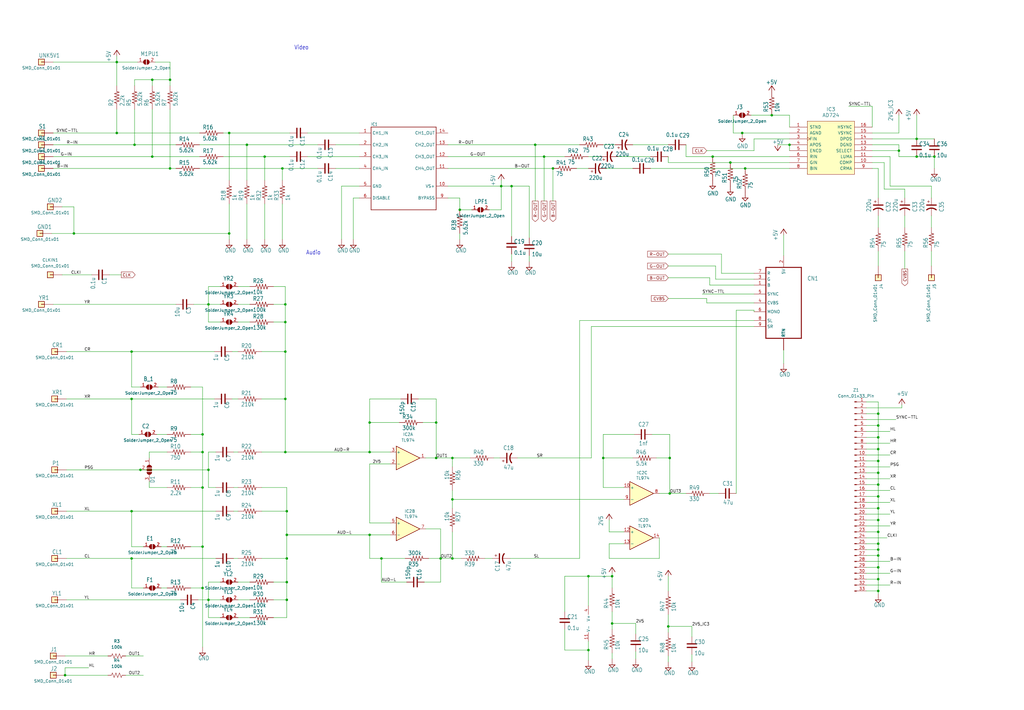
<source format=kicad_sch>
(kicad_sch (version 20231120) (generator "eeschema") (generator_version "8.0")
  (paper "User" 439.826 305.206)
  (lib_symbols
    (symbol "3bpV2A_RevC-eagle-import:+5V" (power)
      (property "Value" "+5V" (at -2.54 -5.08 90))
      (symbol "+5V_1_0"
        (pin power_in line (at 0 -2.54 90) (length 2.54) (name "+5V") (number "1"))
      )
    )
    (symbol "3bpV2A_RevC-eagle-import:GND" (power)
      (property "Value" "GND" (at -1.905 -3.175 0))
      (symbol "GND_1_0"
        (pin power_in line (at 0 2.54 270) (length 2.54) (name "GND") (number "1"))
      )
    )
    (symbol "3bpV2A_RevC-eagle-import:R-US_R0603"
      (property "Reference" "R" (at -3.81 1.4986 0))
      (property "Value" "R-US_R0603" (at -3.81 -3.302 0))
      (symbol "R-US_R0603_1_0"
        (pin passive line (at -5.08 0 0) (length 2.54) (name "1") (number "1"))
        (pin passive line (at 5.08 0 180) (length 2.54) (name "2") (number "2"))
      )
    )
    (symbol "Amplifier_Operational:LM324" (pin_names (offset 0.127))
      (property "Reference" "U" (at 0 5.08 0))
      (property "Value" "LM324" (at 0 -5.08 0))
      (symbol "LM324_1_1"
        (pin output line (at 7.62 0 180) (length 2.54) (name "~") (number "1"))
        (pin input line (at -7.62 -2.54 0) (length 2.54) (name "-") (number "2"))
        (pin input line (at -7.62 2.54 0) (length 2.54) (name "+") (number "3"))
      )
      (symbol "LM324_2_1"
        (pin input line (at -7.62 2.54 0) (length 2.54) (name "+") (number "5"))
        (pin input line (at -7.62 -2.54 0) (length 2.54) (name "-") (number "6"))
        (pin output line (at 7.62 0 180) (length 2.54) (name "~") (number "7"))
      )
      (symbol "LM324_3_1"
        (pin input line (at -7.62 2.54 0) (length 2.54) (name "+") (number "10"))
        (pin output line (at 7.62 0 180) (length 2.54) (name "~") (number "8"))
        (pin input line (at -7.62 -2.54 0) (length 2.54) (name "-") (number "9"))
      )
      (symbol "LM324_4_1"
        (pin input line (at -7.62 2.54 0) (length 2.54) (name "+") (number "12"))
        (pin input line (at -7.62 -2.54 0) (length 2.54) (name "-") (number "13"))
        (pin output line (at 7.62 0 180) (length 2.54) (name "~") (number "14"))
      )
      (symbol "LM324_5_1"
        (pin power_in line (at -2.54 -7.62 90) (length 3.81) (name "V-") (number "11"))
        (pin power_in line (at -2.54 7.62 270) (length 3.81) (name "V+") (number "4"))
      )
    )
    (symbol "Connector:Conn_01x33_Pin" (pin_names (offset 1.016) hide)
      (property "Reference" "J" (at 0 43.18 0))
      (property "Value" "Conn_01x33_Pin" (at 0 -43.18 0))
      (symbol "Conn_01x33_Pin_1_1"
        (pin passive line (at 5.08 40.64 180) (length 3.81) (name "Pin_1") (number "1"))
        (pin passive line (at 5.08 17.78 180) (length 3.81) (name "Pin_10") (number "10"))
        (pin passive line (at 5.08 15.24 180) (length 3.81) (name "Pin_11") (number "11"))
        (pin passive line (at 5.08 12.7 180) (length 3.81) (name "Pin_12") (number "12"))
        (pin passive line (at 5.08 10.16 180) (length 3.81) (name "Pin_13") (number "13"))
        (pin passive line (at 5.08 7.62 180) (length 3.81) (name "Pin_14") (number "14"))
        (pin passive line (at 5.08 5.08 180) (length 3.81) (name "Pin_15") (number "15"))
        (pin passive line (at 5.08 2.54 180) (length 3.81) (name "Pin_16") (number "16"))
        (pin passive line (at 5.08 0 180) (length 3.81) (name "Pin_17") (number "17"))
        (pin passive line (at 5.08 -2.54 180) (length 3.81) (name "Pin_18") (number "18"))
        (pin passive line (at 5.08 -5.08 180) (length 3.81) (name "Pin_19") (number "19"))
        (pin passive line (at 5.08 38.1 180) (length 3.81) (name "Pin_2") (number "2"))
        (pin passive line (at 5.08 -7.62 180) (length 3.81) (name "Pin_20") (number "20"))
        (pin passive line (at 5.08 -10.16 180) (length 3.81) (name "Pin_21") (number "21"))
        (pin passive line (at 5.08 -12.7 180) (length 3.81) (name "Pin_22") (number "22"))
        (pin passive line (at 5.08 -15.24 180) (length 3.81) (name "Pin_23") (number "23"))
        (pin passive line (at 5.08 -17.78 180) (length 3.81) (name "Pin_24") (number "24"))
        (pin passive line (at 5.08 -20.32 180) (length 3.81) (name "Pin_25") (number "25"))
        (pin passive line (at 5.08 -22.86 180) (length 3.81) (name "Pin_26") (number "26"))
        (pin passive line (at 5.08 -25.4 180) (length 3.81) (name "Pin_27") (number "27"))
        (pin passive line (at 5.08 -27.94 180) (length 3.81) (name "Pin_28") (number "28"))
        (pin passive line (at 5.08 -30.48 180) (length 3.81) (name "Pin_29") (number "29"))
        (pin passive line (at 5.08 35.56 180) (length 3.81) (name "Pin_3") (number "3"))
        (pin passive line (at 5.08 -33.02 180) (length 3.81) (name "Pin_30") (number "30"))
        (pin passive line (at 5.08 -35.56 180) (length 3.81) (name "Pin_31") (number "31"))
        (pin passive line (at 5.08 -38.1 180) (length 3.81) (name "Pin_32") (number "32"))
        (pin passive line (at 5.08 -40.64 180) (length 3.81) (name "Pin_33") (number "33"))
        (pin passive line (at 5.08 33.02 180) (length 3.81) (name "Pin_4") (number "4"))
        (pin passive line (at 5.08 30.48 180) (length 3.81) (name "Pin_5") (number "5"))
        (pin passive line (at 5.08 27.94 180) (length 3.81) (name "Pin_6") (number "6"))
        (pin passive line (at 5.08 25.4 180) (length 3.81) (name "Pin_7") (number "7"))
        (pin passive line (at 5.08 22.86 180) (length 3.81) (name "Pin_8") (number "8"))
        (pin passive line (at 5.08 20.32 180) (length 3.81) (name "Pin_9") (number "9"))
      )
    )
    (symbol "Device:C" (pin_numbers hide) (pin_names (offset 0.254))
      (property "Reference" "C" (at 0.635 2.54 0))
      (property "Value" "C" (at 0.635 -2.54 0))
      (symbol "C_1_1"
        (pin passive line (at 0 3.81 270) (length 2.794) (name "~") (number "1"))
        (pin passive line (at 0 -3.81 90) (length 2.794) (name "~") (number "2"))
      )
    )
    (symbol "Device:C_Polarized_US" (pin_numbers hide) (pin_names (offset 0.254) hide)
      (property "Reference" "C" (at 0.635 2.54 0))
      (property "Value" "C_Polarized_US" (at 0.635 -2.54 0))
      (symbol "C_Polarized_US_1_1"
        (pin passive line (at 0 3.81 270) (length 2.794) (name "~") (number "1"))
        (pin passive line (at 0 -3.81 90) (length 3.302) (name "~") (number "2"))
      )
    )
    (symbol "Device:R_US" (pin_numbers hide) (pin_names (offset 0))
      (property "Reference" "R" (at 2.54 0 90))
      (property "Value" "R_US" (at -2.54 0 90))
      (symbol "R_US_1_1"
        (pin passive line (at 0 3.81 270) (length 1.27) (name "~") (number "1"))
        (pin passive line (at 0 -3.81 90) (length 1.27) (name "~") (number "2"))
      )
    )
    (symbol "Jumper:SolderJumper_2_Open" (pin_names (offset 0) hide)
      (property "Reference" "JP" (at 0 2.032 0))
      (property "Value" "SolderJumper_2_Open" (at 0 -2.54 0))
      (symbol "SolderJumper_2_Open_1_1"
        (pin passive line (at -3.81 0 0) (length 2.54) (name "A") (number "1"))
        (pin passive line (at 3.81 0 180) (length 2.54) (name "B") (number "2"))
      )
    )
    (symbol "Jumper:SolderJumper_3_Open" (pin_names (offset 0) hide)
      (property "Reference" "JP" (at -2.54 -2.54 0))
      (property "Value" "SolderJumper_3_Open" (at 0 2.794 0))
      (symbol "SolderJumper_3_Open_1_1"
        (pin passive line (at -5.08 0 0) (length 2.54) (name "A") (number "1"))
        (pin passive line (at 0 -3.81 90) (length 2.54) (name "C") (number "2"))
        (pin passive line (at 5.08 0 180) (length 2.54) (name "B") (number "3"))
      )
    )
    (symbol "My_Library:MD-90SM_MD2"
      (property "Reference" "J" (at 2.54 17.145 0))
      (symbol "MD-90SM_MD2_1_0"
        (pin bidirectional line (at -12.7 8.89 0) (length 5.08) (name "B") (number "1"))
        (pin bidirectional line (at 0 21.59 270) (length 5.08) (name "5V") (number "2"))
        (pin bidirectional line (at -12.7 11.43 0) (length 5.08) (name "G") (number "3"))
        (pin bidirectional line (at -12.7 1.27 0) (length 5.08) (name "CVBS") (number "4"))
        (pin bidirectional line (at -12.7 5.08 0) (length 5.08) (name "SYNC") (number "5"))
        (pin bidirectional line (at -12.7 -2.54 0) (length 5.08) (name "MONO") (number "6"))
        (pin bidirectional line (at -12.7 13.97 0) (length 5.08) (name "R") (number "7"))
        (pin bidirectional line (at -12.7 -6.35 0) (length 5.08) (name "SL") (number "8"))
        (pin bidirectional line (at -12.7 -8.89 0) (length 5.08) (name "SR") (number "9"))
        (pin bidirectional line (at 0 -19.05 90) (length 5.08) (name "RTN") (number "S1"))
        (pin bidirectional line (at 0 -19.05 90) (length 5.08) (name "RTN") (number "S2"))
        (pin bidirectional line (at 0 -19.05 90) (length 5.08) (name "RTN") (number "S3"))
      )
    )
    (symbol "My_Library:SMD_Conn_01x01" (pin_numbers hide) (pin_names (offset 1.016) hide) (in_bom no)
      (property "Reference" "J" (at 0 2.54 0))
      (property "Value" "SMD_Conn_01x01" (at 0 -2.54 0))
      (symbol "SMD_Conn_01x01_1_1"
        (pin passive line (at 5.08 0 180) (length 3.81) (name "Pin_1") (number "1"))
      )
    )
    (symbol "My_Library:THS7374"
      (property "Reference" "IC" (at -10.16 10.668 0))
      (symbol "THS7374_1_0"
        (pin bidirectional line (at -15.24 7.62 0) (length 5.08) (name "CH1_IN") (number "1"))
        (pin bidirectional line (at 22.86 -15.24 180) (length 5.08) (name "VS+") (number "10"))
        (pin bidirectional line (at 22.86 -7.62 180) (length 5.08) (name "CH4_OUT") (number "11"))
        (pin bidirectional line (at 22.86 -2.54 180) (length 5.08) (name "CH3_OUT") (number "12"))
        (pin bidirectional line (at 22.86 2.54 180) (length 5.08) (name "CH2_OUT") (number "13"))
        (pin bidirectional line (at 22.86 7.62 180) (length 5.08) (name "CH1_OUT") (number "14"))
        (pin bidirectional line (at -15.24 2.54 0) (length 5.08) (name "CH2_IN") (number "2"))
        (pin bidirectional line (at -15.24 -2.54 0) (length 5.08) (name "CH3_IN") (number "3"))
        (pin bidirectional line (at -15.24 -7.62 0) (length 5.08) (name "CH4_IN") (number "4"))
        (pin bidirectional line (at -15.24 -15.24 0) (length 5.08) (name "GND") (number "5"))
        (pin bidirectional line (at -15.24 -20.32 0) (length 5.08) (name "DISABLE") (number "6"))
        (pin bidirectional line (at 22.86 -20.32 180) (length 5.08) (name "BYPASS") (number "9"))
      )
    )
    (symbol "ad:AD724" (pin_names (offset 1.016))
      (property "Reference" "U" (at -8.89 12.7 0))
      (property "Value" "AD724" (at 6.35 12.7 0))
      (symbol "AD724_1_1"
        (pin power_in line (at -17.78 8.89 0) (length 7.62) (name "STND") (number "1"))
        (pin output line (at 17.78 -6.35 180) (length 7.62) (name "COMP") (number "10"))
        (pin output line (at 17.78 -3.81 180) (length 7.62) (name "LUMA") (number "11"))
        (pin input line (at 17.78 -1.27 180) (length 7.62) (name "SELECT") (number "12"))
        (pin passive line (at 17.78 1.27 180) (length 7.62) (name "DGND") (number "13"))
        (pin power_in line (at 17.78 3.81 180) (length 7.62) (name "DPOS") (number "14"))
        (pin output line (at 17.78 6.35 180) (length 7.62) (name "VSYNC") (number "15"))
        (pin output line (at 17.78 8.89 180) (length 7.62) (name "HSYNC") (number "16"))
        (pin passive line (at -17.78 6.35 0) (length 7.62) (name "AGND") (number "2"))
        (pin input clock (at -17.78 3.81 0) (length 7.62) (name "FIN") (number "3"))
        (pin power_in line (at -17.78 1.27 0) (length 7.62) (name "APOS") (number "4"))
        (pin input line (at -17.78 -1.27 0) (length 7.62) (name "ENCD") (number "5"))
        (pin input line (at -17.78 -3.81 0) (length 7.62) (name "RIN") (number "6"))
        (pin input line (at -17.78 -6.35 0) (length 7.62) (name "GIN") (number "7"))
        (pin input line (at -17.78 -8.89 0) (length 7.62) (name "BIN") (number "8"))
        (pin output line (at 17.78 -8.89 180) (length 7.62) (name "CRMA") (number "9"))
      )
    )
  )
  (junction (at 158.75 229.87))
  (junction (at 377.19 203.2))
  (junction (at 377.19 193.04))
  (junction (at 229.87 62.23))
  (junction (at 31.75 100.33))
  (junction (at 287.02 269.24))
  (junction (at 56.515 171.45))
  (junction (at 60.325 201.93))
  (junction (at 377.19 238.76))
  (junction (at 57.785 62.23))
  (junction (at 158.75 181.61))
  (junction (at 377.19 233.68))
  (junction (at 318.77 57.15))
  (junction (at 377.19 218.44))
  (junction (at 123.19 250.19))
  (junction (at 262.89 267.97))
  (junction (at 331.47 49.53))
  (junction (at 187.325 196.85))
  (junction (at 377.19 177.8))
  (junction (at 377.19 254))
  (junction (at 163.83 240.03))
  (junction (at 252.73 279.4))
  (junction (at 89.535 130.81))
  (junction (at 187.325 181.61))
  (junction (at 194.31 196.85))
  (junction (at 89.535 201.93))
  (junction (at 197.485 90.17))
  (junction (at 123.19 240.03))
  (junction (at 65.405 34.29))
  (junction (at 98.425 57.15))
  (junction (at 122.555 151.13))
  (junction (at 287.655 196.85))
  (junction (at 123.19 229.87))
  (junction (at 393.7 59.69))
  (junction (at 86.995 194.31))
  (junction (at 306.07 67.31))
  (junction (at 262.89 247.65))
  (junction (at 313.69 69.85))
  (junction (at 377.19 208.28))
  (junction (at 320.04 72.39))
  (junction (at 86.995 234.95))
  (junction (at 215.265 80.01))
  (junction (at 56.515 151.13))
  (junction (at 56.515 219.71))
  (junction (at 86.995 209.55))
  (junction (at 86.995 186.69))
  (junction (at 73.025 72.39))
  (junction (at 233.68 67.31))
  (junction (at 56.515 240.03))
  (junction (at 189.23 240.03))
  (junction (at 393.7 67.31))
  (junction (at 377.19 228.6))
  (junction (at 377.19 213.36))
  (junction (at 50.165 26.67))
  (junction (at 377.19 243.84))
  (junction (at 259.08 196.85))
  (junction (at 123.19 219.71))
  (junction (at 122.555 194.31))
  (junction (at 122.555 171.45))
  (junction (at 158.75 194.31))
  (junction (at 339.09 62.23))
  (junction (at 377.19 223.52))
  (junction (at 121.285 72.39))
  (junction (at 65.405 67.31))
  (junction (at 377.19 187.96))
  (junction (at 287.655 212.09))
  (junction (at 401.32 67.31))
  (junction (at 123.19 257.81))
  (junction (at 377.19 236.22))
  (junction (at 86.995 252.73))
  (junction (at 113.665 67.31))
  (junction (at 106.045 62.23))
  (junction (at 194.31 214.63))
  (junction (at 27.94 290.195))
  (junction (at 252.73 247.65))
  (junction (at 122.555 130.81))
  (junction (at 377.19 198.12))
  (junction (at 237.49 72.39))
  (junction (at 219.71 80.01))
  (junction (at 194.31 240.03))
  (junction (at 98.425 100.33))
  (junction (at 386.08 64.77))
  (junction (at 50.165 57.15))
  (junction (at 89.535 257.81))
  (junction (at 377.19 182.88))
  (junction (at 73.025 34.29))
  (junction (at 377.19 248.92))
  (junction (at 122.555 138.43))
  (wire (pts (xy 372.11 210.82) (xy 382.27 210.82)))
  (wire (pts (xy 194.31 196.85) (xy 201.93 196.85)))
  (wire (pts (xy 379.73 69.85) (xy 379.73 81.28)))
  (wire (pts (xy 271.78 62.23) (xy 287.02 62.23)))
  (wire (pts (xy 123.19 257.81) (xy 123.19 265.43)))
  (wire (pts (xy 94.615 138.43) (xy 89.535 138.43)))
  (wire (pts (xy 28.575 201.93) (xy 60.325 201.93)))
  (wire (pts (xy 273.05 267.97) (xy 262.89 267.97)))
  (wire (pts (xy 287.655 186.69) (xy 287.655 196.85)))
  (wire (pts (xy 194.31 228.6) (xy 194.31 240.03)))
  (wire (pts (xy 112.395 171.45) (xy 122.555 171.45)))
  (wire (pts (xy 60.325 201.93) (xy 89.535 201.93)))
  (wire (pts (xy 237.49 72.39) (xy 237.49 86.36)))
  (wire (pts (xy 261.62 240.03) (xy 283.21 240.03)))
  (wire (pts (xy 26.67 88.9) (xy 31.75 88.9)))
  (wire (pts (xy 102.235 130.81) (xy 107.315 130.81)))
  (wire (pts (xy 136.525 72.39) (xy 121.285 72.39)))
  (wire (pts (xy 60.325 166.37) (xy 56.515 166.37)))
  (wire (pts (xy 374.65 69.85) (xy 379.73 69.85)))
  (wire (pts (xy 393.7 59.69) (xy 401.32 59.69)))
  (wire (pts (xy 112.395 240.03) (xy 123.19 240.03)))
  (wire (pts (xy 132.08 57.15) (xy 154.305 57.15)))
  (wire (pts (xy 400.05 80.01) (xy 382.27 80.01)))
  (wire (pts (xy 22.86 130.81) (xy 75.565 130.81)))
  (wire (pts (xy 122.555 171.45) (xy 122.555 151.13)))
  (wire (pts (xy 121.285 77.47) (xy 121.285 72.39)))
  (wire (pts (xy 294.64 67.31) (xy 306.07 67.31)))
  (wire (pts (xy 113.665 67.31) (xy 124.46 67.31)))
  (wire (pts (xy 50.165 26.67) (xy 50.165 24.13)))
  (wire (pts (xy 92.71 240.03) (xy 56.515 240.03)))
  (wire (pts (xy 28.575 171.45) (xy 56.515 171.45)))
  (wire (pts (xy 106.045 102.87) (xy 106.045 87.63)))
  (wire (pts (xy 372.11 241.3) (xy 382.27 241.3)))
  (wire (pts (xy 158.75 199.39) (xy 167.64 199.39)))
  (wire (pts (xy 303.53 128.27) (xy 303.53 130.175)))
  (wire (pts (xy 65.405 36.83) (xy 65.405 34.29)))
  (wire (pts (xy 144.145 72.39) (xy 154.305 72.39)))
  (wire (pts (xy 102.235 151.13) (xy 99.695 151.13)))
  (wire (pts (xy 192.405 72.39) (xy 237.49 72.39)))
  (wire (pts (xy 272.415 186.69) (xy 259.08 186.69)))
  (wire (pts (xy 22.86 57.15) (xy 50.165 57.15)))
  (wire (pts (xy 400.05 92.71) (xy 400.05 97.79)))
  (wire (pts (xy 187.325 196.85) (xy 187.325 181.61)))
  (wire (pts (xy 189.23 240.03) (xy 184.15 240.03)))
  (wire (pts (xy 252.73 72.39) (xy 247.65 72.39)))
  (wire (pts (xy 46.99 118.11) (xy 52.07 118.11)))
  (wire (pts (xy 22.225 100.33) (xy 31.75 100.33)))
  (wire (pts (xy 372.11 193.04) (xy 377.19 193.04)))
  (wire (pts (xy 50.165 26.67) (xy 50.165 36.83)))
  (wire (pts (xy 85.725 62.23) (xy 106.045 62.23)))
  (wire (pts (xy 122.555 194.31) (xy 158.75 194.31)))
  (wire (pts (xy 279.4 72.39) (xy 320.04 72.39)))
  (wire (pts (xy 339.09 59.69) (xy 323.85 59.69)))
  (wire (pts (xy 194.31 240.03) (xy 198.12 240.03)))
  (wire (pts (xy 261.62 233.68) (xy 261.62 240.03)))
  (wire (pts (xy 386.08 64.77) (xy 386.08 67.31)))
  (wire (pts (xy 307.34 114.3) (xy 307.34 120.015)))
  (wire (pts (xy 122.555 194.31) (xy 122.555 171.45)))
  (wire (pts (xy 262.89 283.21) (xy 262.89 280.67)))
  (wire (pts (xy 372.11 208.28) (xy 377.19 208.28)))
  (wire (pts (xy 267.97 233.68) (xy 261.62 233.68)))
  (wire (pts (xy 187.325 196.85) (xy 194.31 196.85)))
  (wire (pts (xy 336.55 100.965) (xy 336.55 109.855)))
  (wire (pts (xy 287.655 212.09) (xy 294.64 212.09)))
  (wire (pts (xy 64.135 207.01) (xy 64.135 209.55)))
  (wire (pts (xy 377.19 228.6) (xy 377.19 223.52)))
  (wire (pts (xy 401.32 67.31) (xy 393.7 67.31)))
  (wire (pts (xy 304.8 119.38) (xy 287.02 119.38)))
  (wire (pts (xy 388.62 81.28) (xy 388.62 85.09)))
  (wire (pts (xy 71.755 209.55) (xy 64.135 209.55)))
  (wire (pts (xy 158.75 224.79) (xy 158.75 199.39)))
  (wire (pts (xy 259.08 196.85) (xy 259.08 209.55)))
  (wire (pts (xy 117.475 250.19) (xy 123.19 250.19)))
  (wire (pts (xy 182.88 196.85) (xy 187.325 196.85)))
  (wire (pts (xy 252.73 247.65) (xy 252.73 260.35)))
  (wire (pts (xy 174.625 250.19) (xy 163.83 250.19)))
  (wire (pts (xy 192.405 85.09) (xy 197.485 85.09)))
  (wire (pts (xy 95.885 57.15) (xy 98.425 57.15)))
  (wire (pts (xy 98.425 87.63) (xy 98.425 100.33)))
  (wire (pts (xy 283.21 240.03) (xy 283.21 231.14)))
  (wire (pts (xy 377.19 92.71) (xy 377.19 97.79)))
  (wire (pts (xy 92.075 151.13) (xy 56.515 151.13)))
  (wire (pts (xy 377.19 187.96) (xy 377.19 182.88)))
  (wire (pts (xy 323.85 64.77) (xy 303.53 64.77)))
  (wire (pts (xy 401.32 72.39) (xy 401.32 67.31)))
  (wire (pts (xy 73.025 26.67) (xy 73.025 34.29)))
  (wire (pts (xy 313.69 69.85) (xy 339.09 69.85)))
  (wire (pts (xy 297.18 269.24) (xy 287.02 269.24)))
  (wire (pts (xy 307.34 114.3) (xy 287.02 114.3)))
  (wire (pts (xy 372.11 243.84) (xy 377.19 243.84)))
  (wire (pts (xy 388.62 92.71) (xy 388.62 97.79)))
  (wire (pts (xy 89.535 194.31) (xy 92.71 194.31)))
  (wire (pts (xy 323.85 133.35) (xy 323.85 133.985)))
  (wire (pts (xy 27.94 287.02) (xy 38.1 287.02)))
  (wire (pts (xy 304.8 119.38) (xy 304.8 122.555)))
  (wire (pts (xy 59.69 186.69) (xy 56.515 186.69)))
  (wire (pts (xy 287.02 69.85) (xy 313.69 69.85)))
  (wire (pts (xy 372.11 226.06) (xy 382.27 226.06)))
  (wire (pts (xy 50.165 26.67) (xy 59.055 26.67)))
  (wire (pts (xy 151.765 85.09) (xy 151.765 102.87)))
  (wire (pts (xy 158.75 181.61) (xy 158.75 194.31)))
  (wire (pts (xy 22.86 26.67) (xy 50.165 26.67)))
  (wire (pts (xy 121.285 102.87) (xy 121.285 87.63)))
  (wire (pts (xy 372.11 200.66) (xy 382.27 200.66)))
  (wire (pts (xy 215.265 80.01) (xy 215.265 77.47)))
  (wire (pts (xy 339.09 57.15) (xy 318.77 57.15)))
  (wire (pts (xy 273.05 283.21) (xy 273.05 280.035)))
  (wire (pts (xy 377.19 208.28) (xy 377.19 203.2)))
  (wire (pts (xy 309.88 109.22) (xy 287.02 109.22)))
  (wire (pts (xy 192.405 80.01) (xy 215.265 80.01)))
  (wire (pts (xy 294.64 62.23) (xy 294.64 67.31)))
  (wire (pts (xy 86.995 234.95) (xy 81.915 234.95)))
  (wire (pts (xy 372.11 175.26) (xy 387.35 175.26)))
  (wire (pts (xy 252.73 275.59) (xy 252.73 279.4)))
  (wire (pts (xy 334.01 62.23) (xy 339.09 62.23)))
  (wire (pts (xy 254 140.335) (xy 254 196.85)))
  (wire (pts (xy 86.995 252.73) (xy 81.915 252.73)))
  (wire (pts (xy 167.64 224.79) (xy 158.75 224.79)))
  (wire (pts (xy 339.09 49.53) (xy 339.09 54.61)))
  (wire (pts (xy 377.19 243.84) (xy 377.19 238.76)))
  (wire (pts (xy 102.235 250.19) (xy 107.315 250.19)))
  (wire (pts (xy 182.245 250.19) (xy 189.23 250.19)))
  (wire (pts (xy 163.83 240.03) (xy 173.99 240.03)))
  (wire (pts (xy 377.19 203.2) (xy 377.19 198.12)))
  (wire (pts (xy 372.11 220.98) (xy 382.27 220.98)))
  (wire (pts (xy 377.19 72.39) (xy 377.19 85.09)))
  (wire (pts (xy 102.235 123.19) (xy 107.315 123.19)))
  (wire (pts (xy 89.535 130.81) (xy 94.615 130.81)))
  (wire (pts (xy 71.755 252.73) (xy 69.215 252.73)))
  (wire (pts (xy 372.11 233.68) (xy 377.19 233.68)))
  (wire (pts (xy 372.11 205.74) (xy 382.27 205.74)))
  (wire (pts (xy 377.19 236.22) (xy 377.19 233.68)))
  (wire (pts (xy 233.68 67.31) (xy 242.57 67.31)))
  (wire (pts (xy 112.395 194.31) (xy 122.555 194.31)))
  (wire (pts (xy 98.425 57.15) (xy 124.46 57.15)))
  (wire (pts (xy 144.145 62.23) (xy 154.305 62.23)))
  (wire (pts (xy 323.85 140.335) (xy 254 140.335)))
  (wire (pts (xy 372.11 213.36) (xy 377.19 213.36)))
  (wire (pts (xy 81.915 209.55) (xy 86.995 209.55)))
  (wire (pts (xy 287.02 67.31) (xy 287.02 69.85)))
  (wire (pts (xy 377.19 233.68) (xy 377.19 228.6)))
  (wire (pts (xy 194.31 210.82) (xy 194.31 214.63)))
  (wire (pts (xy 229.87 62.23) (xy 248.92 62.23)))
  (wire (pts (xy 248.92 137.795) (xy 248.92 240.03)))
  (wire (pts (xy 94.615 250.19) (xy 89.535 250.19)))
  (wire (pts (xy 372.11 248.92) (xy 377.19 248.92)))
  (wire (pts (xy 400.05 107.95) (xy 400.05 114.3)))
  (wire (pts (xy 86.995 209.55) (xy 86.995 194.31)))
  (wire (pts (xy 112.395 209.55) (xy 123.19 209.55)))
  (wire (pts (xy 89.535 257.81) (xy 89.535 265.43)))
  (wire (pts (xy 28.575 151.13) (xy 56.515 151.13)))
  (wire (pts (xy 163.83 240.03) (xy 158.75 240.03)))
  (wire (pts (xy 73.025 34.29) (xy 73.025 36.83)))
  (wire (pts (xy 158.75 171.45) (xy 158.75 181.61)))
  (wire (pts (xy 86.995 186.69) (xy 81.915 186.69)))
  (wire (pts (xy 102.235 138.43) (xy 107.315 138.43)))
  (wire (pts (xy 267.97 228.6) (xy 261.62 228.6)))
  (wire (pts (xy 187.325 171.45) (xy 187.325 181.61)))
  (wire (pts (xy 179.705 171.45) (xy 187.325 171.45)))
  (wire (pts (xy 123.19 250.19) (xy 123.19 257.81)))
  (wire (pts (xy 98.425 100.33) (xy 98.425 102.87)))
  (wire (pts (xy 242.57 270.51) (xy 242.57 279.4)))
  (wire (pts (xy 94.615 123.19) (xy 89.535 123.19)))
  (wire (pts (xy 372.11 190.5) (xy 382.27 190.5)))
  (wire (pts (xy 372.11 223.52) (xy 377.19 223.52)))
  (wire (pts (xy 61.595 252.73) (xy 56.515 252.73)))
  (wire (pts (xy 92.71 219.71) (xy 56.515 219.71)))
  (wire (pts (xy 386.08 67.31) (xy 393.7 67.31)))
  (wire (pts (xy 306.07 67.31) (xy 339.09 67.31)))
  (wire (pts (xy 112.395 219.71) (xy 123.19 219.71)))
  (wire (pts (xy 86.995 166.37) (xy 81.915 166.37)))
  (wire (pts (xy 262.89 247.65) (xy 262.89 252.73)))
  (wire (pts (xy 382.27 67.31) (xy 374.65 67.31)))
  (wire (pts (xy 92.075 171.45) (xy 56.515 171.45)))
  (wire (pts (xy 95.885 67.31) (xy 113.665 67.31)))
  (wire (pts (xy 242.57 262.89) (xy 242.57 247.65)))
  (wire (pts (xy 163.83 250.19) (xy 163.83 240.03)))
  (wire (pts (xy 182.88 227.33) (xy 189.23 227.33)))
  (wire (pts (xy 393.7 59.69) (xy 393.7 49.53)))
  (wire (pts (xy 107.315 265.43) (xy 102.235 265.43)))
  (wire (pts (xy 377.19 255.27) (xy 377.19 254)))
  (wire (pts (xy 86.995 194.31) (xy 86.995 186.69)))
  (wire (pts (xy 57.785 34.29) (xy 65.405 34.29)))
  (wire (pts (xy 86.995 252.73) (xy 86.995 278.13)))
  (wire (pts (xy 86.995 234.95) (xy 86.995 252.73)))
  (wire (pts (xy 242.57 279.4) (xy 252.73 279.4)))
  (wire (pts (xy 123.19 240.03) (xy 123.19 250.19)))
  (wire (pts (xy 122.555 138.43) (xy 122.555 151.13)))
  (wire (pts (xy 83.185 130.81) (xy 89.535 130.81)))
  (wire (pts (xy 57.785 62.23) (xy 57.785 46.99)))
  (wire (pts (xy 197.485 102.87) (xy 197.485 100.33)))
  (wire (pts (xy 372.11 182.88) (xy 377.19 182.88)))
  (wire (pts (xy 309.88 117.475) (xy 323.85 117.475)))
  (wire (pts (xy 387.35 175.26) (xy 387.35 173.99)))
  (wire (pts (xy 189.23 250.19) (xy 189.23 240.03)))
  (wire (pts (xy 372.11 185.42) (xy 382.27 185.42)))
  (wire (pts (xy 123.19 229.87) (xy 123.19 219.71)))
  (wire (pts (xy 61.595 234.95) (xy 56.515 234.95)))
  (wire (pts (xy 158.75 229.87) (xy 167.64 229.87)))
  (wire (pts (xy 377.19 177.8) (xy 377.19 172.72)))
  (wire (pts (xy 377.19 223.52) (xy 377.19 218.44)))
  (wire (pts (xy 307.34 120.015) (xy 323.85 120.015)))
  (wire (pts (xy 50.165 57.15) (xy 85.725 57.15)))
  (wire (pts (xy 262.89 270.51) (xy 262.89 267.97)))
  (wire (pts (xy 102.235 240.03) (xy 100.33 240.03)))
  (wire (pts (xy 57.785 36.83) (xy 57.785 34.29)))
  (wire (pts (xy 117.475 138.43) (xy 122.555 138.43)))
  (wire (pts (xy 287.02 247.65) (xy 287.02 254)))
  (wire (pts (xy 374.65 62.23) (xy 386.08 62.23)))
  (wire (pts (xy 283.21 212.09) (xy 287.655 212.09)))
  (wire (pts (xy 50.165 46.99) (xy 50.165 57.15)))
  (wire (pts (xy 65.405 67.31) (xy 85.725 67.31)))
  (wire (pts (xy 56.515 186.69) (xy 56.515 171.45)))
  (wire (pts (xy 377.19 107.95) (xy 377.19 114.3)))
  (wire (pts (xy 372.11 246.38) (xy 382.27 246.38)))
  (wire (pts (xy 158.75 181.61) (xy 171.45 181.61)))
  (wire (pts (xy 287.02 284.48) (xy 287.02 281.94)))
  (wire (pts (xy 388.62 107.95) (xy 388.62 115.57)))
  (wire (pts (xy 265.43 67.31) (xy 279.4 67.31)))
  (wire (pts (xy 303.53 130.175) (xy 323.85 130.175)))
  (wire (pts (xy 304.8 212.09) (xy 308.61 212.09)))
  (wire (pts (xy 27.94 290.195) (xy 46.355 290.195)))
  (wire (pts (xy 146.685 80.01) (xy 146.685 102.87)))
  (wire (pts (xy 102.235 219.71) (xy 100.33 219.71)))
  (wire (pts (xy 323.85 137.795) (xy 248.92 137.795)))
  (wire (pts (xy 222.25 196.85) (xy 254 196.85)))
  (wire (pts (xy 123.19 229.87) (xy 158.75 229.87)))
  (wire (pts (xy 154.305 80.01) (xy 146.685 80.01)))
  (wire (pts (xy 122.555 130.81) (xy 122.555 138.43)))
  (wire (pts (xy 123.19 240.03) (xy 123.19 229.87)))
  (wire (pts (xy 28.575 257.81) (xy 77.47 257.81)))
  (wire (pts (xy 219.71 101.6) (xy 219.71 80.01)))
  (wire (pts (xy 252.73 279.4) (xy 252.73 283.845)))
  (wire (pts (xy 287.655 196.85) (xy 281.94 196.85)))
  (wire (pts (xy 314.96 49.53) (xy 314.96 57.15)))
  (wire (pts (xy 377.19 193.04) (xy 377.19 187.96)))
  (wire (pts (xy 86.995 166.37) (xy 86.995 186.69)))
  (wire (pts (xy 71.755 194.31) (xy 64.135 194.31)))
  (wire (pts (xy 75.565 72.39) (xy 73.025 72.39)))
  (wire (pts (xy 262.89 267.97) (xy 262.89 262.89)))
  (wire (pts (xy 102.235 194.31) (xy 100.33 194.31)))
  (wire (pts (xy 259.08 196.85) (xy 271.78 196.85)))
  (wire (pts (xy 210.185 90.17) (xy 215.265 90.17)))
  (wire (pts (xy 64.135 194.31) (xy 64.135 196.85)))
  (wire (pts (xy 374.65 57.15) (xy 386.08 57.15)))
  (wire (pts (xy 31.75 100.33) (xy 98.425 100.33)))
  (wire (pts (xy 56.515 166.37) (xy 56.515 151.13)))
  (wire (pts (xy 189.23 227.33) (xy 189.23 240.03)))
  (wire (pts (xy 215.265 90.17) (xy 215.265 80.01)))
  (wire (pts (xy 287.02 269.24) (xy 287.02 264.16)))
  (wire (pts (xy 28.575 219.71) (xy 56.515 219.71)))
  (wire (pts (xy 320.04 72.39) (xy 339.09 72.39)))
  (wire (pts (xy 71.755 234.95) (xy 69.215 234.95)))
  (wire (pts (xy 86.995 209.55) (xy 86.995 234.95)))
  (wire (pts (xy 208.28 240.03) (xy 211.455 240.03)))
  (wire (pts (xy 304.8 122.555) (xy 323.85 122.555)))
  (wire (pts (xy 287.02 271.78) (xy 287.02 269.24)))
  (wire (pts (xy 117.475 123.19) (xy 122.555 123.19)))
  (wire (pts (xy 31.75 88.9) (xy 31.75 100.33)))
  (wire (pts (xy 297.18 284.48) (xy 297.18 281.305)))
  (wire (pts (xy 81.915 194.31) (xy 86.995 194.31)))
  (wire (pts (xy 261.62 223.52) (xy 261.62 228.6)))
  (wire (pts (xy 26.67 118.11) (xy 39.37 118.11)))
  (wire (pts (xy 56.515 219.71) (xy 56.515 234.95)))
  (wire (pts (xy 219.71 109.22) (xy 219.71 112.395)))
  (wire (pts (xy 372.11 187.96) (xy 377.19 187.96)))
  (wire (pts (xy 122.555 151.13) (xy 112.395 151.13)))
  (wire (pts (xy 194.31 214.63) (xy 267.97 214.63)))
  (wire (pts (xy 377.19 182.88) (xy 377.19 177.8)))
  (wire (pts (xy 66.675 26.67) (xy 73.025 26.67)))
  (wire (pts (xy 382.27 80.01) (xy 382.27 67.31)))
  (wire (pts (xy 158.75 194.31) (xy 167.64 194.31)))
  (wire (pts (xy 22.86 62.23) (xy 57.785 62.23)))
  (wire (pts (xy 264.16 62.23) (xy 259.08 62.23)))
  (wire (pts (xy 386.08 57.15) (xy 386.08 49.53)))
  (wire (pts (xy 102.235 257.81) (xy 107.315 257.81)))
  (wire (pts (xy 67.945 166.37) (xy 71.755 166.37)))
  (wire (pts (xy 262.89 247.65) (xy 262.89 246.38)))
  (wire (pts (xy 102.235 171.45) (xy 99.695 171.45)))
  (wire (pts (xy 372.11 180.34) (xy 384.81 180.34)))
  (wire (pts (xy 257.81 67.31) (xy 252.73 67.31)))
  (wire (pts (xy 374.65 54.61) (xy 374.65 45.72)))
  (wire (pts (xy 89.535 265.43) (xy 94.615 265.43)))
  (wire (pts (xy 372.11 215.9) (xy 382.27 215.9)))
  (wire (pts (xy 28.575 240.03) (xy 56.515 240.03)))
  (wire (pts (xy 106.045 77.47) (xy 106.045 62.23)))
  (wire (pts (xy 227.33 80.01) (xy 227.33 102.235)))
  (wire (pts (xy 65.405 34.29) (xy 73.025 34.29)))
  (wire (pts (xy 106.045 62.23) (xy 136.525 62.23)))
  (wire (pts (xy 233.68 67.31) (xy 233.68 86.36)))
  (wire (pts (xy 377.19 238.76) (xy 377.19 236.22)))
  (wire (pts (xy 374.65 64.77) (xy 386.08 64.77)))
  (wire (pts (xy 89.535 257.81) (xy 85.09 257.81)))
  (wire (pts (xy 309.88 109.22) (xy 309.88 117.475)))
  (wire (pts (xy 189.23 240.03) (xy 194.31 240.03)))
  (wire (pts (xy 377.19 198.12) (xy 377.19 193.04)))
  (wire (pts (xy 22.86 67.31) (xy 65.405 67.31)))
  (wire (pts (xy 372.11 251.46) (xy 382.27 251.46)))
  (wire (pts (xy 122.555 123.19) (xy 122.555 130.81)))
  (wire (pts (xy 102.235 209.55) (xy 100.33 209.55)))
  (wire (pts (xy 219.075 240.03) (xy 248.92 240.03)))
  (wire (pts (xy 89.535 201.93) (xy 89.535 209.55)))
  (wire (pts (xy 377.19 254) (xy 377.19 248.92)))
  (wire (pts (xy 113.665 102.87) (xy 113.665 87.63)))
  (wire (pts (xy 123.19 219.71) (xy 123.19 209.55)))
  (wire (pts (xy 336.55 150.495) (xy 336.55 156.21)))
  (wire (pts (xy 73.025 46.99) (xy 73.025 72.39)))
  (wire (pts (xy 372.11 218.44) (xy 377.19 218.44)))
  (wire (pts (xy 377.19 172.72) (xy 372.11 172.72)))
  (wire (pts (xy 187.325 181.61) (xy 181.61 181.61)))
  (wire (pts (xy 297.18 273.685) (xy 297.18 269.24)))
  (wire (pts (xy 372.11 198.12) (xy 377.19 198.12)))
  (wire (pts (xy 98.425 77.47) (xy 98.425 57.15)))
  (wire (pts (xy 117.475 265.43) (xy 123.19 265.43)))
  (wire (pts (xy 89.535 209.55) (xy 92.71 209.55)))
  (wire (pts (xy 372.11 195.58) (xy 382.27 195.58)))
  (wire (pts (xy 379.73 81.28) (xy 388.62 81.28)))
  (wire (pts (xy 197.485 85.09) (xy 197.485 90.17)))
  (wire (pts (xy 113.665 77.47) (xy 113.665 67.31)))
  (wire (pts (xy 22.86 72.39) (xy 73.025 72.39)))
  (wire (pts (xy 303.53 128.27) (xy 287.02 128.27)))
  (wire (pts (xy 301.625 126.365) (xy 323.85 126.365)))
  (wire (pts (xy 280.035 186.69) (xy 287.655 186.69)))
  (wire (pts (xy 117.475 257.81) (xy 123.19 257.81)))
  (wire (pts (xy 259.08 186.69) (xy 259.08 196.85)))
  (wire (pts (xy 197.485 90.17) (xy 202.565 90.17)))
  (wire (pts (xy 316.23 133.35) (xy 323.85 133.35)))
  (wire (pts (xy 158.75 229.87) (xy 158.75 240.03)))
  (wire (pts (xy 242.57 247.65) (xy 252.73 247.65)))
  (wire (pts (xy 89.535 250.19) (xy 89.535 257.81)))
  (wire (pts (xy 67.31 186.69) (xy 71.755 186.69)))
  (wire (pts (xy 377.19 218.44) (xy 377.19 213.36)))
  (wire (pts (xy 229.87 62.23) (xy 229.87 86.36)))
  (wire (pts (xy 374.65 72.39) (xy 377.19 72.39)))
  (wire (pts (xy 89.535 257.81) (xy 94.615 257.81)))
  (wire (pts (xy 372.11 231.14) (xy 381 231.14)))
  (wire (pts (xy 212.09 196.85) (xy 214.63 196.85)))
  (wire (pts (xy 215.265 80.01) (xy 219.71 80.01)))
  (wire (pts (xy 377.19 248.92) (xy 377.19 243.84)))
  (wire (pts (xy 53.975 290.195) (xy 61.595 290.195)))
  (wire (pts (xy 316.23 133.35) (xy 316.23 212.09)))
  (wire (pts (xy 65.405 46.99) (xy 65.405 67.31)))
  (wire (pts (xy 192.405 67.31) (xy 233.68 67.31)))
  (wire (pts (xy 89.535 123.19) (xy 89.535 130.81)))
  (wire (pts (xy 372.11 177.8) (xy 377.19 177.8)))
  (wire (pts (xy 89.535 138.43) (xy 89.535 130.81)))
  (wire (pts (xy 121.285 72.39) (xy 85.725 72.39)))
  (wire (pts (xy 323.85 59.69) (xy 323.85 64.77)))
  (wire (pts (xy 132.08 67.31) (xy 154.305 67.31)))
  (wire (pts (xy 252.73 247.65) (xy 262.89 247.65)))
  (wire (pts (xy 372.11 228.6) (xy 377.19 228.6)))
  (wire (pts (xy 259.08 209.55) (xy 267.97 209.55)))
  (wire (pts (xy 27.94 281.94) (xy 46.355 281.94)))
  (wire (pts (xy 27.94 287.02) (xy 27.94 290.195)))
  (wire (pts (xy 53.975 281.94) (xy 61.595 281.94)))
  (wire (pts (xy 322.58 49.53) (xy 331.47 49.53)))
  (wire (pts (xy 227.33 109.855) (xy 227.33 112.395)))
  (wire (pts (xy 273.05 272.415) (xy 273.05 267.97)))
  (wire (pts (xy 374.65 45.72) (xy 364.49 45.72)))
  (wire (pts (xy 89.535 194.31) (xy 89.535 201.93)))
  (wire (pts (xy 172.085 171.45) (xy 158.75 171.45)))
  (wire (pts (xy 117.475 130.81) (xy 122.555 130.81)))
  (wire (pts (xy 287.655 212.09) (xy 287.655 196.85)))
  (wire (pts (xy 386.08 62.23) (xy 386.08 64.77)))
  (wire (pts (xy 372.11 238.76) (xy 377.19 238.76)))
  (wire (pts (xy 372.11 236.22) (xy 377.19 236.22)))
  (wire (pts (xy 192.405 62.23) (xy 229.87 62.23)))
  (wire (pts (xy 377.19 213.36) (xy 377.19 208.28)))
  (wire (pts (xy 374.65 59.69) (xy 393.7 59.69)))
  (wire (pts (xy 194.31 214.63) (xy 194.31 218.44)))
  (wire (pts (xy 372.11 203.2) (xy 377.19 203.2)))
  (wire (pts (xy 339.09 62.23) (xy 339.09 64.77)))
  (wire (pts (xy 372.11 254) (xy 377.19 254)))
  (wire (pts (xy 154.305 85.09) (xy 151.765 85.09)))
  (wire (pts (xy 400.05 85.09) (xy 400.05 80.01)))
  (wire (pts (xy 57.785 62.23) (xy 75.565 62.23)))
  (wire (pts (xy 194.31 196.85) (xy 194.31 200.66)))
  (wire (pts (xy 314.96 57.15) (xy 318.77 57.15)))
  (wire (pts (xy 260.35 72.39) (xy 271.78 72.39)))
  (wire (pts (xy 219.71 80.01) (xy 227.33 80.01)))
  (wire (pts (xy 331.47 49.53) (xy 339.09 49.53)))
  (wire (pts (xy 56.515 252.73) (xy 56.515 240.03)))
  (text "Video" (at 126.365 21.59 0) (effects (font (size 1.778 1.5113)) (justify left bottom)))
  (text "Audio" (at 131.445 109.728 0) (effects (font (size 1.778 1.5113)) (justify left bottom)))
  (label "R-OUT" (at 196.85 62.23 0) (effects (font (size 1.2446 1.2446))))
  (label "YL" (at 36.195 257.81 0) (effects (font (size 1.2446 1.2446))))
  (label "OUT2" (at 189.23 240.03 0) (effects (font (size 1.2446 1.2446))))
  (label "SYNC-TTL" (at 24.13 57.15 0) (effects (font (size 1.2446 1.2446))))
  (label "YL" (at 382.27 220.98 0) (effects (font (size 1.2446 1.2446))))
  (label "AUD-R" (at 143.51 194.31 0) (effects (font (size 1.2446 1.2446))))
  (label "G-IN" (at 26.035 67.31 0) (effects (font (size 1.2446 1.2446))))
  (label "CL" (at 36.195 240.03 0) (effects (font (size 1.2446 1.2446))))
  (label "R-IN" (at 382.27 251.46 0) (effects (font (size 1.2446 1.2446))))
  (label "B-OUT" (at 220.98 72.39 0) (effects (font (size 1.2446 1.2446))))
  (label "XL" (at 36.195 219.71 0) (effects (font (size 1.2446 1.2446))))
  (label "OUT2" (at 55.245 290.195 0) (effects (font (size 1.2446 1.2446))))
  (label "B-IN" (at 24.384 72.39 0) (effects (font (size 1.2446 1.2446))))
  (label "CLKI" (at 30.48 118.11 0) (effects (font (size 1.2446 1.2446))))
  (label "HL" (at 38.1 287.02 0) (effects (font (size 1.2446 1.2446))))
  (label "CR" (at 36.195 151.13 0) (effects (font (size 1.2446 1.2446))))
  (label "SL" (at 229.235 240.03 0) (effects (font (size 1.2446 1.2446))))
  (label "HR" (at 382.27 190.5 0) (effects (font (size 1.2446 1.2446))))
  (label "HL" (at 382.27 185.42 0) (effects (font (size 1.2446 1.2446))))
  (label "AUD-L" (at 144.78 229.87 0) (effects (font (size 1.2446 1.2446))))
  (label "XR" (at 382.27 205.74 0) (effects (font (size 1.2446 1.2446))))
  (label "YR" (at 36.195 130.81 0) (effects (font (size 1.2446 1.2446))))
  (label "OUT1" (at 187.325 196.85 0) (effects (font (size 1.2446 1.2446))))
  (label "AUD-L" (at 163.83 250.19 0) (effects (font (size 1.2446 1.2446))))
  (label "HR" (at 38.1 281.94 0) (effects (font (size 1.2446 1.2446))))
  (label "B-IN" (at 382.27 241.3 0) (effects (font (size 1.2446 1.2446))))
  (label "SR" (at 230.505 196.85 0) (effects (font (size 1.2446 1.2446))))
  (label "SYNC-TTL" (at 364.49 45.72 0))
  (label "2V5" (at 160.02 199.39 0) (effects (font (size 1.2446 1.2446))))
  (label "G-IN" (at 382.27 246.38 0) (effects (font (size 1.2446 1.2446))))
  (label "PSG" (at 36.195 201.93 0) (effects (font (size 1.2446 1.2446))))
  (label "XL" (at 382.27 215.9 0) (effects (font (size 1.2446 1.2446))))
  (label "SYNC-TTL" (at 384.81 180.34 0) (effects (font (size 1.2446 1.2446))))
  (label "CL" (at 382.27 210.82 0) (effects (font (size 1.2446 1.2446))))
  (label "XR" (at 36.195 171.45 0) (effects (font (size 1.2446 1.2446))))
  (label "OUT3" (at 287.655 212.09 0) (effects (font (size 1.2446 1.2446))))
  (label "PSG" (at 382.27 200.66 0) (effects (font (size 1.2446 1.2446))))
  (label "R-IN" (at 28.575 62.23 0) (effects (font (size 1.2446 1.2446))))
  (label "YR" (at 382.27 226.06 0) (effects (font (size 1.2446 1.2446))))
  (label "SYNC-TTL" (at 301.625 126.365 0))
  (label "2V5_IC3" (at 297.18 269.24 0) (effects (font (size 1.2446 1.2446))))
  (label "CR" (at 382.27 195.58 0) (effects (font (size 1.2446 1.2446))))
  (label "CLKI" (at 381 231.14 0) (effects (font (size 1.2446 1.2446))))
  (label "2V5" (at 273.05 267.97 0) (effects (font (size 1.2446 1.2446))))
  (label "G-OUT" (at 201.93 67.31 0) (effects (font (size 1.2446 1.2446))))
  (label "OUT1" (at 55.245 281.94 0) (effects (font (size 1.2446 1.2446))))
  (global_label "R-OUT" (shape output) (at 229.87 86.36 270) (property "Intersheetrefs" "${INTERSHEET_REFS}" (effects (hide yes))))
  (global_label "CVBS" (shape output) (at 388.62 115.57 270) (property "Intersheetrefs" "${INTERSHEET_REFS}" (effects (hide yes))))
  (global_label "B-OUT" (shape output) (at 237.49 86.36 270) (property "Intersheetrefs" "${INTERSHEET_REFS}" (effects (hide yes))))
  (global_label "R-OUT" (shape input) (at 287.02 109.22 180) (property "Intersheetrefs" "${INTERSHEET_REFS}" (effects (hide yes))))
  (global_label "G-OUT" (shape input) (at 287.02 114.3 180) (property "Intersheetrefs" "${INTERSHEET_REFS}" (effects (hide yes))))
  (global_label "CLK" (shape output) (at 52.07 118.11 0) (property "Intersheetrefs" "${INTERSHEET_REFS}" (effects (hide yes))))
  (global_label "B-OUT" (shape input) (at 287.02 119.38 180) (property "Intersheetrefs" "${INTERSHEET_REFS}" (effects (hide yes))))
  (global_label "CLK" (shape input) (at 303.53 64.77 180) (property "Intersheetrefs" "${INTERSHEET_REFS}" (effects (hide yes))))
  (global_label "CVBS" (shape input) (at 287.02 128.27 180) (property "Intersheetrefs" "${INTERSHEET_REFS}" (effects (hide yes))))
  (global_label "G-OUT" (shape output) (at 233.68 86.36 270) (property "Intersheetrefs" "${INTERSHEET_REFS}" (effects (hide yes))))
  (symbol (lib_id "3bpV2A_RevC-eagle-import:+5V") (at 387.35 171.45 0) (unit 1)
    (property "Reference" "#P+011" (effects (hide yes)))
    (property "Value" "+5V" (at 385.064 170.18 0) (effects (font (size 1.778 1.5113)) (justify left bottom)))
    (property "Footprint" "3bpV2A_RevC:" (effects (hide yes)))
  )
  (symbol (lib_id "My_Library:SMD_Conn_01x01") (at 17.78 26.67 0) (unit 1) (in_bom no)
    (property "Reference" "UNK5V1" (at 16.637 24.8158 0) (effects (font (size 1.778 1.5113)) (justify left bottom)))
    (property "Value" "SMD_Conn_01x01" (at 17.78 29.21 0))
    (property "Footprint" "Connector_Wire:SolderWirePad_1x01_SMD_1x2mm" (effects (hide yes)))
  )
  (symbol (lib_id "Jumper:SolderJumper_2_Open") (at 98.425 138.43 0) (unit 1)
    (property "Reference" "YR4" (at 95.885 135.89 0) (effects (font (size 1.778 1.5113)) (justify left bottom)))
    (property "Value" "SolderJumper_2_Open" (at 98.425 140.97 0))
    (property "Footprint" "Jumper:SolderJumper-2_P1.3mm_Open_RoundedPad1.0x1.5mm" (effects (hide yes)))
  )
  (symbol (lib_id "3bpV2A_RevC-eagle-import:R-US_R0603") (at 107.315 209.55 0) (unit 1)
    (property "Reference" "R23" (at 103.505 208.0514 0) (effects (font (size 1.778 1.5113)) (justify left bottom)))
    (property "Value" "210k" (at 103.505 212.852 0) (effects (font (size 1.778 1.5113)) (justify left bottom)))
    (property "Footprint" "Resistor_SMD:R_0603_1608Metric" (effects (hide yes)))
  )
  (symbol (lib_id "3bpV2A_RevC-eagle-import:R-US_R0603") (at 98.425 82.55 90) (unit 1)
    (property "Reference" "R18" (at 96.9264 86.36 0) (effects (font (size 1.778 1.5113)) (justify left bottom)))
    (property "Value" "1k" (at 101.727 86.36 0) (effects (font (size 1.778 1.5113)) (justify left bottom)))
    (property "Footprint" "Resistor_SMD:R_0603_1608Metric" (effects (hide yes)))
  )
  (symbol (lib_id "3bpV2A_RevC-eagle-import:R-US_R0603") (at 287.02 259.08 90) (unit 1)
    (property "Reference" "R47" (at 285.5214 262.89 0) (effects (font (size 1.778 1.5113)) (justify left bottom)))
    (property "Value" "10k" (at 290.322 262.89 0) (effects (font (size 1.778 1.5113)) (justify left bottom)))
    (property "Footprint" "Resistor_SMD:R_0603_1608Metric" (effects (hide yes)))
  )
  (symbol (lib_id "3bpV2A_RevC-eagle-import:+5V") (at 336.55 98.425 0) (unit 1)
    (property "Reference" "#P+08" (effects (hide yes)))
    (property "Value" "+5V" (at 334.01 103.505 90) (effects (font (size 1.778 1.5113)) (justify left bottom)))
    (property "Footprint" "3bpV2A_RevC:" (effects (hide yes)))
  )
  (symbol (lib_id "3bpV2A_RevC-eagle-import:R-US_R0603") (at 262.89 257.81 90) (unit 1)
    (property "Reference" "R44" (at 261.3914 261.62 0) (effects (font (size 1.778 1.5113)) (justify left bottom)))
    (property "Value" "10k" (at 266.192 261.62 0) (effects (font (size 1.778 1.5113)) (justify left bottom)))
    (property "Footprint" "Resistor_SMD:R_0603_1608Metric" (effects (hide yes)))
  )
  (symbol (lib_id "3bpV2A_RevC-eagle-import:R-US_R0603") (at 276.86 196.85 0) (unit 1)
    (property "Reference" "R46" (at 273.05 195.3514 0) (effects (font (size 1.778 1.5113)) (justify left bottom)))
    (property "Value" "5.5k" (at 273.05 200.152 0) (effects (font (size 1.778 1.5113)) (justify left bottom)))
    (property "Footprint" "Resistor_SMD:R_0603_1608Metric" (effects (hide yes)))
  )
  (symbol (lib_id "3bpV2A_RevC-eagle-import:GND") (at 320.04 85.09 0) (unit 1)
    (property "Reference" "#SUPPLY019" (effects (hide yes)))
    (property "Value" "GND" (at 317.754 89.154 0) (effects (font (size 1.778 1.5113)) (justify left bottom)))
    (property "Footprint" "3bpV2A_RevC:" (effects (hide yes)))
  )
  (symbol (lib_id "Jumper:SolderJumper_2_Open") (at 64.135 166.37 0) (unit 1)
    (property "Reference" "B_1" (at 61.595 163.83 0) (effects (font (size 1.778 1.5113)) (justify left bottom)))
    (property "Value" "SolderJumper_2_Open" (at 64.135 168.91 0))
    (property "Footprint" "Jumper:SolderJumper-2_P1.3mm_Open_RoundedPad1.0x1.5mm" (effects (hide yes)))
  )
  (symbol (lib_id "3bpV2A_RevC-eagle-import:GND") (at 106.045 105.41 0) (unit 1)
    (property "Reference" "#SUPPLY03" (effects (hide yes)))
    (property "Value" "GND" (at 104.14 108.585 0) (effects (font (size 1.778 1.5113)) (justify left bottom)))
    (property "Footprint" "3bpV2A_RevC:" (effects (hide yes)))
  )
  (symbol (lib_id "3bpV2A_RevC-eagle-import:+5V") (at 331.47 36.83 0) (unit 1)
    (property "Reference" "#P+06" (effects (hide yes)))
    (property "Value" "+5V" (at 328.93 36.322 0) (effects (font (size 1.778 1.5113)) (justify left bottom)))
    (property "Footprint" "3bpV2A_RevC:" (effects (hide yes)))
  )
  (symbol (lib_id "Jumper:SolderJumper_2_Open") (at 65.405 252.73 0) (unit 1)
    (property "Reference" "F1" (at 62.865 250.19 0) (effects (font (size 1.778 1.5113)) (justify left bottom)))
    (property "Value" "SolderJumper_2_Open" (at 65.405 255.27 0))
    (property "Footprint" "Jumper:SolderJumper-2_P1.3mm_Open_RoundedPad1.0x1.5mm" (effects (hide yes)))
  )
  (symbol (lib_id "Device:C") (at 283.21 67.31 270) (unit 1)
    (property "Reference" "C28" (at 284.48 65.024 90) (effects (font (size 1.778 1.5113)) (justify left bottom)))
    (property "Value" "0.1u" (at 277.876 64.77 90) (effects (font (size 1.778 1.5113)) (justify left bottom)))
    (property "Footprint" "Capacitor_SMD:C_0603_1608Metric" (effects (hide yes)))
  )
  (symbol (lib_id "3bpV2A_RevC-eagle-import:R-US_R0603") (at 107.315 240.03 0) (unit 1)
    (property "Reference" "R25" (at 103.505 238.5314 0) (effects (font (size 1.778 1.5113)) (justify left bottom)))
    (property "Value" "210k" (at 103.505 243.332 0) (effects (font (size 1.778 1.5113)) (justify left bottom)))
    (property "Footprint" "Resistor_SMD:R_0603_1608Metric" (effects (hide yes)))
  )
  (symbol (lib_id "Jumper:SolderJumper_2_Open") (at 206.375 90.17 0) (unit 1)
    (property "Reference" "LPF1" (at 203.835 87.63 0) (effects (font (size 1.778 1.5113)) (justify left bottom)))
    (property "Value" "SolderJumper_2_Open" (at 206.375 92.71 0))
    (property "Footprint" "Jumper:SolderJumper-2_P1.3mm_Open_RoundedPad1.0x1.5mm" (effects (hide yes)))
  )
  (symbol (lib_id "3bpV2A_RevC-eagle-import:GND") (at 313.69 82.55 0) (unit 1)
    (property "Reference" "#SUPPLY017" (effects (hide yes)))
    (property "Value" "GND" (at 311.404 86.614 0) (effects (font (size 1.778 1.5113)) (justify left bottom)))
    (property "Footprint" "3bpV2A_RevC:" (effects (hide yes)))
  )
  (symbol (lib_id "3bpV2A_RevC-eagle-import:R-US_R0603") (at 90.805 57.15 0) (unit 1)
    (property "Reference" "R16" (at 86.995 55.6514 0) (effects (font (size 1.778 1.5113)) (justify left bottom)))
    (property "Value" "5.62k" (at 86.995 60.452 0) (effects (font (size 1.778 1.5113)) (justify left bottom)))
    (property "Footprint" "Resistor_SMD:R_0603_1608Metric" (effects (hide yes)))
  )
  (symbol (lib_id "3bpV2A_RevC-eagle-import:+5V") (at 393.7 46.99 0) (unit 1)
    (property "Reference" "#P+010" (effects (hide yes)))
    (property "Value" "+5V" (at 391.16 52.07 90) (effects (font (size 1.778 1.5113)) (justify left bottom)))
    (property "Footprint" "3bpV2A_RevC:" (effects (hide yes)))
  )
  (symbol (lib_id "My_Library:SMD_Conn_01x01") (at 23.495 171.45 0) (unit 1) (in_bom no)
    (property "Reference" "XR1" (at 22.352 169.5958 0) (effects (font (size 1.778 1.5113)) (justify left bottom)))
    (property "Value" "SMD_Conn_01x01" (at 23.495 173.99 0))
    (property "Footprint" "Connector_Wire:SolderWirePad_1x01_SMD_1x2mm" (effects (hide yes)))
  )
  (symbol (lib_id "3bpV2A_RevC-eagle-import:GND") (at 86.995 280.67 0) (unit 1)
    (property "Reference" "#SUPPLY01" (effects (hide yes)))
    (property "Value" "GND" (at 85.09 283.845 0) (effects (font (size 1.778 1.5113)) (justify left bottom)))
    (property "Footprint" "3bpV2A_RevC:" (effects (hide yes)))
  )
  (symbol (lib_id "3bpV2A_RevC-eagle-import:GND") (at 297.18 287.02 0) (unit 1)
    (property "Reference" "#SUPPLY015" (effects (hide yes)))
    (property "Value" "GND" (at 295.275 290.195 0) (effects (font (size 1.778 1.5113)) (justify left bottom)))
    (property "Footprint" "3bpV2A_RevC:" (effects (hide yes)))
  )
  (symbol (lib_id "3bpV2A_RevC-eagle-import:GND") (at 273.05 285.75 0) (unit 1)
    (property "Reference" "#SUPPLY013" (effects (hide yes)))
    (property "Value" "GND" (at 271.145 288.925 0) (effects (font (size 1.778 1.5113)) (justify left bottom)))
    (property "Footprint" "3bpV2A_RevC:" (effects (hide yes)))
  )
  (symbol (lib_id "3bpV2A_RevC-eagle-import:R-US_R0603") (at 112.395 130.81 0) (unit 1)
    (property "Reference" "R27" (at 108.585 129.3114 0) (effects (font (size 1.778 1.5113)) (justify left bottom)))
    (property "Value" "100k" (at 108.585 134.112 0) (effects (font (size 1.778 1.5113)) (justify left bottom)))
    (property "Footprint" "Resistor_SMD:R_0603_1608Metric" (effects (hide yes)))
  )
  (symbol (lib_id "My_Library:SMD_Conn_01x01") (at 17.78 62.23 0) (unit 1) (in_bom no)
    (property "Reference" "R1" (at 16.637 60.3758 0) (effects (font (size 1.778 1.5113)) (justify left bottom)))
    (property "Value" "SMD_Conn_01x01" (at 17.78 64.77 0))
    (property "Footprint" "Connector_Wire:SolderWirePad_1x01_SMD_1x2mm" (effects (hide yes)))
  )
  (symbol (lib_id "My_Library:SMD_Conn_01x01") (at 377.19 119.38 90) (unit 1) (in_bom no)
    (property "Reference" "J4" (at 378.4601 121.92 0) (effects (justify right)))
    (property "Value" "SMD_Conn_01x01" (at 375.9201 121.92 0) (effects (justify right)))
    (property "Footprint" "Connector_Wire:SolderWirePad_1x01_SMD_1x2mm" (effects (hide yes)))
  )
  (symbol (lib_id "Device:C") (at 96.52 194.31 270) (unit 1)
    (property "Reference" "C7" (at 97.155 195.326 0) (effects (font (size 1.778 1.5113)) (justify left bottom)))
    (property "Value" "1u" (at 92.329 195.326 0) (effects (font (size 1.778 1.5113)) (justify left bottom)))
    (property "Footprint" "Capacitor_SMD:C_0603_1608Metric" (effects (hide yes)))
  )
  (symbol (lib_id "3bpV2A_RevC-eagle-import:GND") (at 151.765 105.41 0) (unit 1)
    (property "Reference" "#SUPPLY07" (effects (hide yes)))
    (property "Value" "GND" (at 149.86 108.585 0) (effects (font (size 1.778 1.5113)) (justify left bottom)))
    (property "Footprint" "3bpV2A_RevC:" (effects (hide yes)))
  )
  (symbol (lib_id "3bpV2A_RevC-eagle-import:+5V") (at 386.08 46.99 0) (unit 1)
    (property "Reference" "#P+09" (effects (hide yes)))
    (property "Value" "2V5_IC3" (at 383.54 52.07 90) (effects (font (size 1.778 1.5113)) (justify left bottom)))
    (property "Footprint" "3bpV2A_RevC:" (effects (hide yes)))
  )
  (symbol (lib_id "Device:C") (at 96.52 209.55 270) (unit 1)
    (property "Reference" "C8" (at 97.155 210.566 0) (effects (font (size 1.778 1.5113)) (justify left bottom)))
    (property "Value" "1u" (at 92.329 210.566 0) (effects (font (size 1.778 1.5113)) (justify left bottom)))
    (property "Footprint" "Capacitor_SMD:C_0603_1608Metric" (effects (hide yes)))
  )
  (symbol (lib_id "Device:C_Polarized_US") (at 261.62 67.31 90) (unit 1)
    (property "Reference" "C23" (at 263.906 61.976 90) (effects (font (size 1.778 1.5113)) (justify left bottom)))
    (property "Value" "220u" (at 263.906 70.358 90) (effects (font (size 1.778 1.5113)) (justify left bottom)))
    (property "Footprint" "Capacitor_Tantalum_SMD:CP_EIA-3528-15_AVX-H" (effects (hide yes)))
  )
  (symbol (lib_id "Device:C") (at 273.05 276.225 0) (unit 1)
    (property "Reference" "C25" (at 274.066 275.59 0) (effects (font (size 1.778 1.5113)) (justify left bottom)))
    (property "Value" "10u" (at 274.066 280.416 0) (effects (font (size 1.778 1.5113)) (justify left bottom)))
    (property "Footprint" "Capacitor_SMD:C_1206_3216Metric" (effects (hide yes)))
  )
  (symbol (lib_id "My_Library:SMD_Conn_01x01") (at 23.495 151.13 0) (unit 1) (in_bom no)
    (property "Reference" "CR1" (at 22.352 149.2758 0) (effects (font (size 1.778 1.5113)) (justify left bottom)))
    (property "Value" "SMD_Conn_01x01" (at 23.495 153.67 0))
    (property "Footprint" "Connector_Wire:SolderWirePad_1x01_SMD_1x2mm" (effects (hide yes)))
  )
  (symbol (lib_id "Device:C") (at 275.59 72.39 270) (unit 1)
    (property "Reference" "C26" (at 276.606 69.85 90) (effects (font (size 1.778 1.5113)) (justify left bottom)))
    (property "Value" "0.1u" (at 271.272 69.596 90) (effects (font (size 1.778 1.5113)) (justify left bottom)))
    (property "Footprint" "Capacitor_SMD:C_0603_1608Metric" (effects (hide yes)))
  )
  (symbol (lib_id "Connector:Conn_01x33_Pin") (at 367.03 213.36 0) (unit 1)
    (property "Reference" "Z1" (at 367.665 167.64 0))
    (property "Value" "Conn_01x33_Pin" (at 367.665 170.18 0))
    (property "Footprint" "Connector_FFC-FPC:Molex_502244-3330_1x33-1MP_P0.5mm_Horizontal" (effects (hide yes)))
    (property "Description" "Generic connector, single row, 01x33, script generated" (effects (hide yes)))
  )
  (symbol (lib_id "Jumper:SolderJumper_2_Open") (at 98.425 265.43 0) (unit 1)
    (property "Reference" "YL4" (at 95.885 262.89 0) (effects (font (size 1.778 1.5113)) (justify left bottom)))
    (property "Value" "SolderJumper_2_Open" (at 98.425 267.97 0))
    (property "Footprint" "Jumper:SolderJumper-2_P1.3mm_Open_RoundedPad1.0x1.5mm" (effects (hide yes)))
  )
  (symbol (lib_id "3bpV2A_RevC-eagle-import:R-US_R0603") (at 80.645 62.23 0) (unit 1)
    (property "Reference" "R14" (at 76.835 60.7314 0) (effects (font (size 1.778 1.5113)) (justify left bottom)))
    (property "Value" "5.62k" (at 76.835 65.532 0) (effects (font (size 1.778 1.5113)) (justify left bottom)))
    (property "Footprint" "Resistor_SMD:R_0603_1608Metric" (effects (hide yes)))
  )
  (symbol (lib_id "Device:C") (at 219.71 105.41 0) (unit 1)
    (property "Reference" "C19" (at 220.726 104.775 0) (effects (font (size 1.778 1.5113)) (justify left bottom)))
    (property "Value" "0.1u" (at 220.726 109.601 0) (effects (font (size 1.778 1.5113)) (justify left bottom)))
    (property "Footprint" "Capacitor_SMD:C_0603_1608Metric" (effects (hide yes)))
  )
  (symbol (lib_id "3bpV2A_RevC-eagle-import:R-US_R0603") (at 400.05 102.87 90) (unit 1)
    (property "Reference" "R56" (at 398.5514 106.68 0) (effects (font (size 1.778 1.5113)) (justify left bottom)))
    (property "Value" "75" (at 403.352 106.68 0) (effects (font (size 1.778 1.5113)) (justify left bottom)))
    (property "Footprint" "Resistor_SMD:R_0603_1608Metric" (effects (hide yes)))
  )
  (symbol (lib_id "Device:C") (at 95.885 151.13 270) (unit 1)
    (property "Reference" "C5" (at 96.52 152.146 0) (effects (font (size 1.778 1.5113)) (justify left bottom)))
    (property "Value" "1u" (at 91.694 152.146 0) (effects (font (size 1.778 1.5113)) (justify left bottom)))
    (property "Footprint" "Capacitor_SMD:C_0603_1608Metric" (effects (hide yes)))
  )
  (symbol (lib_id "3bpV2A_RevC-eagle-import:R-US_R0603") (at 113.665 82.55 90) (unit 1)
    (property "Reference" "R32" (at 112.1664 86.36 0) (effects (font (size 1.778 1.5113)) (justify left bottom)))
    (property "Value" "1k" (at 116.967 86.36 0) (effects (font (size 1.778 1.5113)) (justify left bottom)))
    (property "Footprint" "Resistor_SMD:R_0603_1608Metric" (effects (hide yes)))
  )
  (symbol (lib_id "Device:C") (at 227.33 106.045 0) (unit 1)
    (property "Reference" "C20" (at 228.346 105.41 0) (effects (font (size 1.778 1.5113)) (justify left bottom)))
    (property "Value" "10u" (at 228.346 110.236 0) (effects (font (size 1.778 1.5113)) (justify left bottom)))
    (property "Footprint" "Capacitor_SMD:C_1206_3216Metric" (effects (hide yes)))
  )
  (symbol (lib_id "My_Library:SMD_Conn_01x01") (at 400.05 119.38 90) (unit 1) (in_bom no)
    (property "Reference" "J5" (at 401.3201 121.92 0) (effects (justify right)))
    (property "Value" "SMD_Conn_01x01" (at 398.7801 121.92 0) (effects (justify right)))
    (property "Footprint" "Connector_Wire:SolderWirePad_1x01_SMD_1x2mm" (effects (hide yes)))
  )
  (symbol (lib_id "Jumper:SolderJumper_2_Open") (at 62.865 26.67 0) (unit 1)
    (property "Reference" "M1PU1" (at 60.325 24.13 0) (effects (font (size 1.778 1.5113)) (justify left bottom)))
    (property "Value" "SolderJumper_2_Open" (at 62.865 29.21 0))
    (property "Footprint" "Jumper:SolderJumper-2_P1.3mm_Open_RoundedPad1.0x1.5mm" (effects (hide yes)))
  )
  (symbol (lib_id "3bpV2A_RevC-eagle-import:R-US_R0603") (at 57.785 41.91 90) (unit 1)
    (property "Reference" "R5" (at 56.2864 45.72 0) (effects (font (size 1.778 1.5113)) (justify left bottom)))
    (property "Value" "5.62k" (at 61.087 45.72 0) (effects (font (size 1.778 1.5113)) (justify left bottom)))
    (property "Footprint" "Resistor_SMD:R_0603_1608Metric" (effects (hide yes)))
  )
  (symbol (lib_id "Jumper:SolderJumper_3_Open") (at 64.135 201.93 270) (unit 1)
    (property "Reference" "D1" (at 64.516 204.47 0) (effects (font (size 1.778 1.5113)) (justify left bottom)))
    (property "Value" "SolderJumper_3_Open" (effects (hide yes)))
    (property "Footprint" "Jumper:SolderJumper-3_P1.3mm_Open_RoundedPad1.0x1.5mm" (effects (hide yes)))
  )
  (symbol (lib_id "3bpV2A_RevC-eagle-import:R-US_R0603") (at 112.395 265.43 0) (unit 1)
    (property "Reference" "R31" (at 108.585 263.9314 0) (effects (font (size 1.778 1.5113)) (justify left bottom)))
    (property "Value" "130k" (at 108.585 268.732 0) (effects (font (size 1.778 1.5113)) (justify left bottom)))
    (property "Footprint" "Resistor_SMD:R_0603_1608Metric" (effects (hide yes)))
  )
  (symbol (lib_id "3bpV2A_RevC-eagle-import:R-US_R0603") (at 388.62 102.87 90) (unit 1)
    (property "Reference" "R55" (at 387.1214 106.68 0) (effects (font (size 1.778 1.5113)) (justify left bottom)))
    (property "Value" "75" (at 391.922 106.68 0) (effects (font (size 1.778 1.5113)) (justify left bottom)))
    (property "Footprint" "Resistor_SMD:R_0603_1608Metric" (effects (hide yes)))
  )
  (symbol (lib_id "My_Library:SMD_Conn_01x01") (at 17.78 72.39 0) (unit 1) (in_bom no)
    (property "Reference" "B1" (at 16.637 70.5358 0) (effects (font (size 1.778 1.5113)) (justify left bottom)))
    (property "Value" "SMD_Conn_01x01" (at 17.78 74.93 0))
    (property "Footprint" "Connector_Wire:SolderWirePad_1x01_SMD_1x2mm" (effects (hide yes)))
  )
  (symbol (lib_id "3bpV2A_RevC-eagle-import:R-US_R0603") (at 107.315 171.45 0) (unit 1)
    (property "Reference" "R21" (at 103.505 169.9514 0) (effects (font (size 1.778 1.5113)) (justify left bottom)))
    (property "Value" "210k" (at 103.505 174.752 0) (effects (font (size 1.778 1.5113)) (justify left bottom)))
    (property "Footprint" "Resistor_SMD:R_0603_1608Metric" (effects (hide yes)))
  )
  (symbol (lib_id "Device:C") (at 312.42 212.09 270) (unit 1)
    (property "Reference" "C31" (at 310.261 208.788 90) (effects (font (size 1.778 1.5113)) (justify left bottom)))
    (property "Value" "47u" (at 310.515 216.916 90) (effects (font (size 1.778 1.5113)) (justify left bottom)))
    (property "Footprint" "Capacitor_Tantalum_SMD:CP_EIA-3528-15_AVX-H" (effects (hide yes)))
  )
  (symbol (lib_id "My_Library:SMD_Conn_01x01") (at 23.495 257.81 0) (unit 1) (in_bom no)
    (property "Reference" "YL1" (at 22.352 255.9558 0) (effects (font (size 1.778 1.5113)) (justify left bottom)))
    (property "Value" "SMD_Conn_01x01" (at 23.495 260.35 0))
    (property "Footprint" "Connector_Wire:SolderWirePad_1x01_SMD_1x2mm" (effects (hide yes)))
  )
  (symbol (lib_id "3bpV2A_RevC-eagle-import:GND") (at 146.685 105.41 0) (unit 1)
    (property "Reference" "#SUPPLY06" (effects (hide yes)))
    (property "Value" "GND" (at 144.78 108.585 0) (effects (font (size 1.778 1.5113)) (justify left bottom)))
    (property "Footprint" "3bpV2A_RevC:" (effects (hide yes)))
  )
  (symbol (lib_id "3bpV2A_RevC-eagle-import:R-US_R0603") (at 320.04 77.47 90) (unit 1)
    (property "Reference" "R52" (at 318.5414 81.28 0) (effects (font (size 1.778 1.5113)) (justify left bottom)))
    (property "Value" "75" (at 323.342 81.28 0) (effects (font (size 1.778 1.5113)) (justify left bottom)))
    (property "Footprint" "Resistor_SMD:R_0603_1608Metric" (effects (hide yes)))
  )
  (symbol (lib_id "3bpV2A_RevC-eagle-import:GND") (at 197.485 105.41 0) (unit 1)
    (property "Reference" "#SUPPLY08" (effects (hide yes)))
    (property "Value" "GND" (at 195.58 108.585 0) (effects (font (size 1.778 1.5113)) (justify left bottom)))
    (property "Footprint" "3bpV2A_RevC:" (effects (hide yes)))
  )
  (symbol (lib_id "Device:C") (at 393.7 63.5 0) (unit 1)
    (property "Reference" "C34" (at 394.716 62.865 0) (effects (font (size 1.778 1.5113)) (justify left bottom)))
    (property "Value" "0.1u" (at 394.716 67.691 0) (effects (font (size 1.778 1.5113)) (justify left bottom)))
    (property "Footprint" "Capacitor_SMD:C_0603_1608Metric" (effects (hide yes)))
  )
  (symbol (lib_id "Device:C_Polarized_US") (at 215.265 240.03 90) (mirror x) (unit 1)
    (property "Reference" "C17" (at 214.63 241.046 0) (effects (font (size 1.778 1.5113)) (justify left bottom)))
    (property "Value" "47u" (at 219.456 241.046 0) (effects (font (size 1.778 1.5113)) (justify left bottom)))
    (property "Footprint" "Capacitor_Tantalum_SMD:CP_EIA-3528-15_AVX-H" (effects (hide yes)))
  )
  (symbol (lib_id "Device:C") (at 95.885 171.45 270) (unit 1)
    (property "Reference" "C6" (at 96.52 172.466 0) (effects (font (size 1.778 1.5113)) (justify left bottom)))
    (property "Value" "1u" (at 91.694 172.466 0) (effects (font (size 1.778 1.5113)) (justify left bottom)))
    (property "Footprint" "Capacitor_SMD:C_0603_1608Metric" (effects (hide yes)))
  )
  (symbol (lib_id "My_Library:SMD_Conn_01x01") (at 21.59 88.9 0) (unit 1) (in_bom no)
    (property "Reference" "GND2" (at 20.447 87.0458 0) (effects (font (size 1.778 1.5113)) (justify left bottom)))
    (property "Value" "SMD_Conn_01x01" (at 21.59 91.44 0))
    (property "Footprint" "Connector_Wire:SolderWirePad_1x01_SMD_1x2mm" (effects (hide yes)))
  )
  (symbol (lib_id "My_Library:SMD_Conn_01x01") (at 23.495 240.03 0) (unit 1) (in_bom no)
    (property "Reference" "CL1" (at 22.352 238.1758 0) (effects (font (size 1.778 1.5113)) (justify left bottom)))
    (property "Value" "SMD_Conn_01x01" (at 23.495 242.57 0))
    (property "Footprint" "Connector_Wire:SolderWirePad_1x01_SMD_1x2mm" (effects (hide yes)))
  )
  (symbol (lib_id "3bpV2A_RevC-eagle-import:R-US_R0603") (at 194.31 205.74 270) (unit 1)
    (property "Reference" "R36" (at 195.8086 201.93 0) (effects (font (size 1.778 1.5113)) (justify left bottom)))
    (property "Value" "10k" (at 191.008 201.93 0) (effects (font (size 1.778 1.5113)) (justify left bottom)))
    (property "Footprint" "Resistor_SMD:R_0603_1608Metric" (effects (hide yes)))
  )
  (symbol (lib_id "Amplifier_Operational:LM324") (at 275.59 231.14 0) (unit 4)
    (property "Reference" "IC2" (at 276.352 223.52 0))
    (property "Value" "TL974" (at 276.86 226.06 0))
    (property "Footprint" "Package_SO:SOIC-14_3.9x8.7mm_P1.27mm" (effects (hide yes)))
    (property "Datasheet" "http://www.ti.com/lit/ds/symlink/lm2902-n.pdf" (effects (hide yes)))
    (property "Description" "Low-Power, Quad-Operational Amplifiers, DIP-14/SOIC-14/SSOP-14" (effects (hide yes)))
  )
  (symbol (lib_id "3bpV2A_RevC-eagle-import:+5V") (at 334.01 64.77 180) (unit 1)
    (property "Reference" "#P+07" (effects (hide yes)))
    (property "Value" "+5V" (at 336.55 59.944 0) (effects (font (size 1.778 1.5113)) (justify left bottom)))
    (property "Footprint" "3bpV2A_RevC:" (effects (hide yes)))
  )
  (symbol (lib_id "Device:C_Polarized_US") (at 256.54 72.39 90) (unit 1)
    (property "Reference" "C22" (at 258.826 67.056 90) (effects (font (size 1.778 1.5113)) (justify left bottom)))
    (property "Value" "220u" (at 258.826 75.438 90) (effects (font (size 1.778 1.5113)) (justify left bottom)))
    (property "Footprint" "Capacitor_Tantalum_SMD:CP_EIA-3528-15_AVX-H" (effects (hide yes)))
  )
  (symbol (lib_id "Device:R_US") (at 50.165 281.94 90) (unit 1)
    (property "Reference" "R3" (at 50.165 275.59 90))
    (property "Value" "100k" (at 50.165 278.13 90))
    (property "Footprint" "Resistor_SMD:R_0603_1608Metric" (effects (hide yes)))
  )
  (symbol (lib_id "3bpV2A_RevC-eagle-import:GND") (at 287.02 287.02 0) (unit 1)
    (property "Reference" "#SUPPLY014" (effects (hide yes)))
    (property "Value" "GND" (at 285.115 290.195 0) (effects (font (size 1.778 1.5113)) (justify left bottom)))
    (property "Footprint" "3bpV2A_RevC:" (effects (hide yes)))
  )
  (symbol (lib_id "3bpV2A_RevC-eagle-import:R-US_R0603") (at 50.165 41.91 90) (unit 1)
    (property "Reference" "R2" (at 48.6664 45.72 0) (effects (font (size 1.778 1.5113)) (justify left bottom)))
    (property "Value" "2.2k" (at 53.467 45.72 0) (effects (font (size 1.778 1.5113)) (justify left bottom)))
    (property "Footprint" "Resistor_SMD:R_0603_1608Metric" (effects (hide yes)))
  )
  (symbol (lib_id "3bpV2A_RevC-eagle-import:R-US_R0603") (at 76.835 234.95 0) (unit 1)
    (property "Reference" "R12" (at 73.025 233.4514 0) (effects (font (size 1.778 1.5113)) (justify left bottom)))
    (property "Value" "75" (at 73.025 238.252 0) (effects (font (size 1.778 1.5113)) (justify left bottom)))
    (property "Footprint" "Resistor_SMD:R_0603_1608Metric" (effects (hide yes)))
  )
  (symbol (lib_id "3bpV2A_RevC-eagle-import:R-US_R0603") (at 107.315 194.31 0) (unit 1)
    (property "Reference" "R22" (at 103.505 192.8114 0) (effects (font (size 1.778 1.5113)) (justify left bottom)))
    (property "Value" "210k" (at 103.505 197.612 0) (effects (font (size 1.778 1.5113)) (justify left bottom)))
    (property "Footprint" "Resistor_SMD:R_0603_1608Metric" (effects (hide yes)))
  )
  (symbol (lib_id "Device:C") (at 140.335 62.23 270) (unit 1)
    (property "Reference" "C13" (at 140.97 63.246 0) (effects (font (size 1.778 1.5113)) (justify left bottom)))
    (property "Value" "0.1u" (at 136.144 63.246 0) (effects (font (size 1.778 1.5113)) (justify left bottom)))
    (property "Footprint" "Capacitor_SMD:C_0603_1608Metric" (effects (hide yes)))
  )
  (symbol (lib_id "Device:C") (at 276.225 186.69 270) (unit 1)
    (property "Reference" "C27" (at 274.066 183.388 90) (effects (font (size 1.778 1.5113)) (justify left bottom)))
    (property "Value" "1nf" (at 274.32 191.516 90) (effects (font (size 1.778 1.5113)) (justify left bottom)))
    (property "Footprint" "Capacitor_SMD:C_0603_1608Metric" (effects (hide yes)))
  )
  (symbol (lib_id "My_Library:SMD_Conn_01x01") (at 21.59 118.11 0) (unit 1) (in_bom no)
    (property "Reference" "CLKIN1" (at 21.59 111.76 0))
    (property "Value" "SMD_Conn_01x01" (at 21.59 114.3 0))
    (property "Footprint" "Connector_Wire:SolderWirePad_1x01_SMD_1x2mm" (effects (hide yes)))
  )
  (symbol (lib_id "Device:C") (at 96.52 219.71 270) (unit 1)
    (property "Reference" "C9" (at 97.155 220.726 0) (effects (font (size 1.778 1.5113)) (justify left bottom)))
    (property "Value" "1u" (at 92.329 220.726 0) (effects (font (size 1.778 1.5113)) (justify left bottom)))
    (property "Footprint" "Capacitor_SMD:C_0603_1608Metric" (effects (hide yes)))
  )
  (symbol (lib_id "3bpV2A_RevC-eagle-import:R-US_R0603") (at 313.69 74.93 90) (unit 1)
    (property "Reference" "R51" (at 312.1914 78.74 0) (effects (font (size 1.778 1.5113)) (justify left bottom)))
    (property "Value" "75" (at 316.992 78.74 0) (effects (font (size 1.778 1.5113)) (justify left bottom)))
    (property "Footprint" "Resistor_SMD:R_0603_1608Metric" (effects (hide yes)))
  )
  (symbol (lib_id "3bpV2A_RevC-eagle-import:R-US_R0603") (at 262.89 275.59 90) (unit 1)
    (property "Reference" "R45" (at 261.3914 279.4 0) (effects (font (size 1.778 1.5113)) (justify left bottom)))
    (property "Value" "10k" (at 266.192 279.4 0) (effects (font (size 1.778 1.5113)) (justify left bottom)))
    (property "Footprint" "Resistor_SMD:R_0603_1608Metric" (effects (hide yes)))
  )
  (symbol (lib_id "Device:C_Polarized_US") (at 377.19 88.9 0) (unit 1)
    (property "Reference" "C32" (at 382.524 91.186 90) (effects (font (size 1.778 1.5113)) (justify left bottom)))
    (property "Value" "220u" (at 374.142 91.186 90) (effects (font (size 1.778 1.5113)) (justify left bottom)))
    (property "Footprint" "Capacitor_Tantalum_SMD:CP_EIA-3528-15_AVX-H" (effects (hide yes)))
  )
  (symbol (lib_id "Device:C") (at 96.52 240.03 270) (unit 1)
    (property "Reference" "C10" (at 97.155 241.046 0) (effects (font (size 1.778 1.5113)) (justify left bottom)))
    (property "Value" "1u" (at 92.329 241.046 0) (effects (font (size 1.778 1.5113)) (justify left bottom)))
    (property "Footprint" "Capacitor_SMD:C_0603_1608Metric" (effects (hide yes)))
  )
  (symbol (lib_id "Device:C") (at 43.18 118.11 270) (unit 1)
    (property "Reference" "C1" (at 43.815 119.126 0) (effects (font (size 1.778 1.5113)) (justify left bottom)))
    (property "Value" "0.1u" (at 38.989 119.126 0) (effects (font (size 1.778 1.5113)) (justify left bottom)))
    (property "Footprint" "Capacitor_SMD:C_0603_1608Metric" (effects (hide yes)))
  )
  (symbol (lib_id "3bpV2A_RevC-eagle-import:R-US_R0603") (at 299.72 212.09 0) (unit 1)
    (property "Reference" "R49" (at 295.91 210.5914 0) (effects (font (size 1.778 1.5113)) (justify left bottom)))
    (property "Value" "330" (at 295.91 215.392 0) (effects (font (size 1.778 1.5113)) (justify left bottom)))
    (property "Footprint" "Resistor_SMD:R_0603_1608Metric" (effects (hide yes)))
  )
  (symbol (lib_id "3bpV2A_RevC-eagle-import:+5V") (at 287.02 245.11 0) (unit 1)
    (property "Reference" "#P+05" (effects (hide yes)))
    (property "Value" "+5V" (at 284.48 250.19 90) (effects (font (size 1.778 1.5113)) (justify left bottom)))
    (property "Footprint" "3bpV2A_RevC:" (effects (hide yes)))
  )
  (symbol (lib_id "Device:C") (at 290.83 62.23 270) (unit 1)
    (property "Reference" "C29" (at 291.592 59.182 90) (effects (font (size 1.778 1.5113)) (justify left bottom)))
    (property "Value" "0.1u" (at 286.004 58.928 90) (effects (font (size 1.778 1.5113)) (justify left bottom)))
    (property "Footprint" "Capacitor_SMD:C_0603_1608Metric" (effects (hide yes)))
  )
  (symbol (lib_id "Device:C") (at 242.57 266.7 0) (unit 1)
    (property "Reference" "C21" (at 243.586 266.065 0) (effects (font (size 1.778 1.5113)) (justify left bottom)))
    (property "Value" "0.1u" (at 243.586 270.891 0) (effects (font (size 1.778 1.5113)) (justify left bottom)))
    (property "Footprint" "Capacitor_SMD:C_0603_1608Metric" (effects (hide yes)))
  )
  (symbol (lib_id "3bpV2A_RevC-eagle-import:R-US_R0603") (at 112.395 123.19 0) (unit 1)
    (property "Reference" "R26" (at 108.585 121.6914 0) (effects (font (size 1.778 1.5113)) (justify left bottom)))
    (property "Value" "10k" (at 108.585 126.492 0) (effects (font (size 1.778 1.5113)) (justify left bottom)))
    (property "Footprint" "Resistor_SMD:R_0603_1608Metric" (effects (hide yes)))
  )
  (symbol (lib_id "Amplifier_Operational:LM324") (at 275.59 212.09 0) (unit 3)
    (property "Reference" "IC2" (at 275.844 203.2 0))
    (property "Value" "TL974" (at 276.098 205.486 0))
    (property "Footprint" "Package_SO:SOIC-14_3.9x8.7mm_P1.27mm" (effects (hide yes)))
    (property "Datasheet" "http://www.ti.com/lit/ds/symlink/lm2902-n.pdf" (effects (hide yes)))
    (property "Description" "Low-Power, Quad-Operational Amplifiers, DIP-14/SOIC-14/SSOP-14" (effects (hide yes)))
  )
  (symbol (lib_id "Device:C") (at 79.375 130.81 270) (unit 1)
    (property "Reference" "C3" (at 80.01 131.826 0) (effects (font (size 1.778 1.5113)) (justify left bottom)))
    (property "Value" "10u" (at 75.184 131.826 0) (effects (font (size 1.778 1.5113)) (justify left bottom)))
    (property "Footprint" "Capacitor_SMD:C_0805_2012Metric" (effects (hide yes)))
  )
  (symbol (lib_id "3bpV2A_RevC-eagle-import:+5V") (at 261.62 220.98 0) (unit 1)
    (property "Reference" "#P+03" (effects (hide yes)))
    (property "Value" "2V5" (at 259.08 226.06 90) (effects (font (size 1.778 1.5113)) (justify left bottom)))
    (property "Footprint" "3bpV2A_RevC:" (effects (hide yes)))
  )
  (symbol (lib_id "3bpV2A_RevC-eagle-import:R-US_R0603") (at 90.805 67.31 0) (unit 1)
    (property "Reference" "R17" (at 86.995 65.8114 0) (effects (font (size 1.778 1.5113)) (justify left bottom)))
    (property "Value" "5.62k" (at 86.995 70.612 0) (effects (font (size 1.778 1.5113)) (justify left bottom)))
    (property "Footprint" "Resistor_SMD:R_0603_1608Metric" (effects (hide yes)))
  )
  (symbol (lib_id "My_Library:SMD_Conn_01x01") (at 17.78 130.81 0) (unit 1) (in_bom no)
    (property "Reference" "YR1" (at 16.637 128.9558 0) (effects (font (size 1.778 1.5113)) (justify left bottom)))
    (property "Value" "SMD_Conn_01x01" (at 17.78 133.35 0))
    (property "Footprint" "Connector_Wire:SolderWirePad_1x01_SMD_1x2mm" (effects (hide yes)))
  )
  (symbol (lib_id "3bpV2A_RevC-eagle-import:R-US_R0603") (at 107.315 219.71 0) (unit 1)
    (property "Reference" "R24" (at 103.505 218.2114 0) (effects (font (size 1.778 1.5113)) (justify left bottom)))
    (property "Value" "210k" (at 103.505 223.012 0) (effects (font (size 1.778 1.5113)) (justify left bottom)))
    (property "Footprint" "Resistor_SMD:R_0603_1608Metric" (effects (hide yes)))
  )
  (symbol (lib_id "Device:C_Polarized_US") (at 218.44 196.85 90) (unit 1)
    (property "Reference" "C18" (at 220.726 191.516 90) (effects (font (size 1.778 1.5113)) (justify left bottom)))
    (property "Value" "47u" (at 220.726 199.898 90) (effects (font (size 1.778 1.5113)) (justify left bottom)))
    (property "Footprint" "Capacitor_Tantalum_SMD:CP_EIA-3528-15_AVX-H" (effects (hide yes)))
  )
  (symbol (lib_id "3bpV2A_RevC-eagle-import:R-US_R0603") (at 287.02 276.86 90) (unit 1)
    (property "Reference" "R48" (at 285.5214 280.67 0) (effects (font (size 1.778 1.5113)) (justify left bottom)))
    (property "Value" "10k" (at 290.322 280.67 0) (effects (font (size 1.778 1.5113)) (justify left bottom)))
    (property "Footprint" "Resistor_SMD:R_0603_1608Metric" (effects (hide yes)))
  )
  (symbol (lib_id "3bpV2A_RevC-eagle-import:GND") (at 306.07 80.01 0) (unit 1)
    (property "Reference" "#SUPPLY016" (effects (hide yes)))
    (property "Value" "GND" (at 303.784 84.074 0) (effects (font (size 1.778 1.5113)) (justify left bottom)))
    (property "Footprint" "3bpV2A_RevC:" (effects (hide yes)))
  )
  (symbol (lib_id "Device:C") (at 297.18 277.495 0) (unit 1)
    (property "Reference" "C30" (at 298.196 276.86 0) (effects (font (size 1.778 1.5113)) (justify left bottom)))
    (property "Value" "10u" (at 298.196 281.686 0) (effects (font (size 1.778 1.5113)) (justify left bottom)))
    (property "Footprint" "Capacitor_SMD:C_1206_3216Metric" (effects (hide yes)))
  )
  (symbol (lib_id "3bpV2A_RevC-eagle-import:R-US_R0603") (at 76.835 209.55 0) (unit 1)
    (property "Reference" "R11" (at 73.025 208.0514 0) (effects (font (size 1.778 1.5113)) (justify left bottom)))
    (property "Value" "2.2k" (at 73.025 212.852 0) (effects (font (size 1.778 1.5113)) (justify left bottom)))
    (property "Footprint" "Resistor_SMD:R_0603_1608Metric" (effects (hide yes)))
  )
  (symbol (lib_id "Amplifier_Operational:LM324") (at 255.27 267.97 0) (unit 5)
    (property "Reference" "IC2" (effects (hide yes)))
    (property "Value" "TL974" (effects (hide yes)))
    (property "Footprint" "Package_SO:SOIC-14_3.9x8.7mm_P1.27mm" (effects (hide yes)))
    (property "Datasheet" "http://www.ti.com/lit/ds/symlink/lm2902-n.pdf" (effects (hide yes)))
    (property "Description" "Low-Power, Quad-Operational Amplifiers, DIP-14/SOIC-14/SSOP-14" (effects (hide yes)))
  )
  (symbol (lib_id "3bpV2A_RevC-eagle-import:+5V") (at 262.89 243.84 0) (unit 1)
    (property "Reference" "#P+04" (effects (hide yes)))
    (property "Value" "+5V" (at 260.35 248.92 90) (effects (font (size 1.778 1.5113)) (justify left bottom)))
    (property "Footprint" "3bpV2A_RevC:" (effects (hide yes)))
  )
  (symbol (lib_id "Jumper:SolderJumper_2_Open") (at 65.405 234.95 0) (unit 1)
    (property "Reference" "E1" (at 62.865 232.41 0) (effects (font (size 1.778 1.5113)) (justify left bottom)))
    (property "Value" "SolderJumper_2_Open" (at 65.405 237.49 0))
    (property "Footprint" "Jumper:SolderJumper-2_P1.3mm_Open_RoundedPad1.0x1.5mm" (effects (hide yes)))
  )
  (symbol (lib_id "3bpV2A_RevC-eagle-import:R-US_R0603") (at 306.07 72.39 90) (unit 1)
    (property "Reference" "R50" (at 304.5714 76.2 0) (effects (font (size 1.778 1.5113)) (justify left bottom)))
    (property "Value" "75" (at 309.372 76.2 0) (effects (font (size 1.778 1.5113)) (justify left bottom)))
    (property "Footprint" "Resistor_SMD:R_0603_1608Metric" (effects (hide yes)))
  )
  (symbol (lib_id "3bpV2A_RevC-eagle-import:GND") (at 121.285 105.41 0) (unit 1)
    (property "Reference" "#SUPPLY05" (effects (hide yes)))
    (property "Value" "GND" (at 119.38 108.585 0) (effects (font (size 1.778 1.5113)) (justify left bottom)))
    (property "Footprint" "3bpV2A_RevC:" (effects (hide yes)))
  )
  (symbol (lib_id "3bpV2A_RevC-eagle-import:R-US_R0603") (at 80.645 72.39 0) (unit 1)
    (property "Reference" "R15" (at 76.835 70.8914 0) (effects (font (size 1.778 1.5113)) (justify left bottom)))
    (property "Value" "5.62k" (at 76.835 75.692 0) (effects (font (size 1.778 1.5113)) (justify left bottom)))
    (property "Footprint" "Resistor_SMD:R_0603_1608Metric" (effects (hide yes)))
  )
  (symbol (lib_id "3bpV2A_RevC-eagle-import:GND") (at 336.55 158.75 0) (unit 1)
    (property "Reference" "#SUPPLY020" (effects (hide yes)))
    (property "Value" "GND" (at 334.645 161.925 0) (effects (font (size 1.778 1.5113)) (justify left bottom)))
    (property "Footprint" "3bpV2A_RevC:" (effects (hide yes)))
  )
  (symbol (lib_id "Amplifier_Operational:LM324") (at 175.26 227.33 0) (unit 2)
    (property "Reference" "IC2" (at 176.022 219.71 0))
    (property "Value" "TL974" (at 176.53 221.996 0))
    (property "Footprint" "Package_SO:SOIC-14_3.9x8.7mm_P1.27mm" (effects (hide yes)))
    (property "Datasheet" "http://www.ti.com/lit/ds/symlink/lm2902-n.pdf" (effects (hide yes)))
    (property "Description" "Low-Power, Quad-Operational Amplifiers, DIP-14/SOIC-14/SSOP-14" (effects (hide yes)))
  )
  (symbol (lib_id "3bpV2A_RevC-eagle-import:R-US_R0603") (at 106.045 82.55 90) (unit 1)
    (property "Reference" "R19" (at 104.5464 86.36 0) (effects (font (size 1.778 1.5113)) (justify left bottom)))
    (property "Value" "1k" (at 109.347 86.36 0) (effects (font (size 1.778 1.5113)) (justify left bottom)))
    (property "Footprint" "Resistor_SMD:R_0603_1608Metric" (effects (hide yes)))
  )
  (symbol (lib_id "Device:R_US") (at 50.165 290.195 90) (unit 1)
    (property "Reference" "R4" (at 50.165 283.845 90))
    (property "Value" "100k" (at 50.165 286.385 90))
    (property "Footprint" "Resistor_SMD:R_0603_1608Metric" (effects (hide yes)))
  )
  (symbol (lib_id "Jumper:SolderJumper_2_Open") (at 318.77 49.53 0) (unit 1)
    (property "Reference" "J3" (at 316.23 46.99 0) (effects (font (size 1.778 1.5113)) (justify left bottom)))
    (property "Value" "SolderJumper_2_Open" (at 318.77 52.07 0))
    (property "Footprint" "Jumper:SolderJumper-2_P1.3mm_Open_RoundedPad1.0x1.5mm" (effects (hide yes)))
  )
  (symbol (lib_id "My_Library:SMD_Conn_01x01") (at 23.495 219.71 0) (unit 1) (in_bom no)
    (property "Reference" "XL1" (at 22.352 217.8558 0) (effects (font (size 1.778 1.5113)) (justify left bottom)))
    (property "Value" "SMD_Conn_01x01" (at 23.495 222.25 0))
    (property "Footprint" "Connector_Wire:SolderWirePad_1x01_SMD_1x2mm" (effects (hide yes)))
  )
  (symbol (lib_id "My_Library:THS7374") (at 169.545 64.77 0) (unit 1)
    (property "Reference" "IC1" (at 159.385 54.102 0) (effects (font (size 1.27 1.0795)) (justify left bottom)))
    (property "Value" "THS7374IPWR" (effects (hide yes)))
    (property "Footprint" "Package_SO:TSSOP-14_4.4x5mm_P0.65mm" (effects (hide yes)))
  )
  (symbol (lib_id "Jumper:SolderJumper_2_Open") (at 98.425 250.19 0) (unit 1)
    (property "Reference" "YL2" (at 95.885 247.65 0) (effects (font (size 1.778 1.5113)) (justify left bottom)))
    (property "Value" "SolderJumper_2_Open" (at 98.425 252.73 0))
    (property "Footprint" "Jumper:SolderJumper-2_P1.3mm_Open_RoundedPad1.0x1.5mm" (effects (hide yes)))
  )
  (symbol (lib_id "3bpV2A_RevC-eagle-import:GND") (at 219.71 114.935 0) (unit 1)
    (property "Reference" "#SUPPLY09" (effects (hide yes)))
    (property "Value" "GND" (at 217.805 118.11 0) (effects (font (size 1.778 1.5113)) (justify left bottom)))
    (property "Footprint" "3bpV2A_RevC:" (effects (hide yes)))
  )
  (symbol (lib_id "Device:C") (at 128.27 67.31 270) (unit 1)
    (property "Reference" "C12" (at 128.905 68.326 0) (effects (font (size 1.778 1.5113)) (justify left bottom)))
    (property "Value" "0.1u" (at 124.079 68.326 0) (effects (font (size 1.778 1.5113)) (justify left bottom)))
    (property "Footprint" "Capacitor_SMD:C_0603_1608Metric" (effects (hide yes)))
  )
  (symbol (lib_id "3bpV2A_RevC-eagle-import:R-US_R0603") (at 65.405 41.91 90) (unit 1)
    (property "Reference" "R6" (at 63.9064 45.72 0) (effects (font (size 1.778 1.5113)) (justify left bottom)))
    (property "Value" "5.62k" (at 68.707 45.72 0) (effects (font (size 1.778 1.5113)) (justify left bottom)))
    (property "Footprint" "Resistor_SMD:R_0603_1608Metric" (effects (hide yes)))
  )
  (symbol (lib_id "3bpV2A_RevC-eagle-import:R-US_R0603") (at 76.835 186.69 0) (unit 1)
    (property "Reference" "R9" (at 73.025 185.1914 0) (effects (font (size 1.778 1.5113)) (justify left bottom)))
    (property "Value" "75" (at 73.025 189.992 0) (effects (font (size 1.778 1.5113)) (justify left bottom)))
    (property "Footprint" "Resistor_SMD:R_0603_1608Metric" (effects (hide yes)))
  )
  (symbol (lib_id "Jumper:SolderJumper_2_Open") (at 98.425 123.19 0) (unit 1)
    (property "Reference" "YR2" (at 95.885 120.65 0) (effects (font (size 1.778 1.5113)) (justify left bottom)))
    (property "Value" "SolderJumper_2_Open" (at 98.425 125.73 0))
    (property "Footprint" "Jumper:SolderJumper-2_P1.3mm_Open_RoundedPad1.0x1.5mm" (effects (hide yes)))
  )
  (symbol (lib_id "Device:C_Polarized_US") (at 400.05 88.9 0) (unit 1)
    (property "Reference" "C35" (at 405.384 91.186 90) (effects (font (size 1.778 1.5113)) (justify left bottom)))
    (property "Value" "220u" (at 397.002 91.186 90) (effects (font (size 1.778 1.5113)) (justify left bottom)))
    (property "Footprint" "Capacitor_Tantalum_SMD:CP_EIA-3528-15_AVX-H" (effects (hide yes)))
  )
  (symbol (lib_id "3bpV2A_RevC-eagle-import:GND") (at 401.32 74.93 0) (unit 1)
    (property "Reference" "#SUPPLY021" (effects (hide yes)))
    (property "Value" "GND" (at 399.415 78.105 0) (effects (font (size 1.778 1.5113)) (justify left bottom)))
    (property "Footprint" "3bpV2A_RevC:" (effects (hide yes)))
  )
  (symbol (lib_id "Device:C") (at 128.27 57.15 270) (unit 1)
    (property "Reference" "C11" (at 128.905 58.166 0) (effects (font (size 1.778 1.5113)) (justify left bottom)))
    (property "Value" "0.1u" (at 124.079 58.166 0) (effects (font (size 1.778 1.5113)) (justify left bottom)))
    (property "Footprint" "Capacitor_SMD:C_0603_1608Metric" (effects (hide yes)))
  )
  (symbol (lib_id "3bpV2A_RevC-eagle-import:R-US_R0603") (at 242.57 72.39 0) (unit 1)
    (property "Reference" "R41" (at 238.76 70.8914 0) (effects (font (size 1.778 1.5113)) (justify left bottom)))
    (property "Value" "75" (at 238.76 75.692 0) (effects (font (size 1.778 1.5113)) (justify left bottom)))
    (property "Footprint" "Resistor_SMD:R_0603_1608Metric" (effects (hide yes)))
  )
  (symbol (lib_id "3bpV2A_RevC-eagle-import:GND") (at 252.73 286.385 0) (unit 1)
    (property "Reference" "#SUPPLY011" (effects (hide yes)))
    (property "Value" "GND" (at 250.825 289.56 0) (effects (font (size 1.778 1.5113)) (justify left bottom)))
    (property "Footprint" "3bpV2A_RevC:" (effects (hide yes)))
  )
  (symbol (lib_id "3bpV2A_RevC-eagle-import:R-US_R0603") (at 107.315 151.13 0) (unit 1)
    (property "Reference" "R20" (at 103.505 149.6314 0) (effects (font (size 1.778 1.5113)) (justify left bottom)))
    (property "Value" "210k" (at 103.505 154.432 0) (effects (font (size 1.778 1.5113)) (justify left bottom)))
    (property "Footprint" "Resistor_SMD:R_0603_1608Metric" (effects (hide yes)))
  )
  (symbol (lib_id "3bpV2A_RevC-eagle-import:+5V") (at 50.165 21.59 0) (unit 1)
    (property "Reference" "#P+01" (effects (hide yes)))
    (property "Value" "+5V" (at 47.625 26.67 90) (effects (font (size 1.778 1.5113)) (justify left bottom)))
    (property "Footprint" "3bpV2A_RevC:" (effects (hide yes)))
  )
  (symbol (lib_id "Device:C") (at 175.895 171.45 270) (unit 1)
    (property "Reference" "C15" (at 176.53 172.466 0) (effects (font (size 1.778 1.5113)) (justify left bottom)))
    (property "Value" "150p" (at 171.704 172.466 0) (effects (font (size 1.778 1.5113)) (justify left bottom)))
    (property "Footprint" "Capacitor_SMD:C_0603_1608Metric" (effects (hide yes)))
  )
  (symbol (lib_id "Device:C") (at 401.32 63.5 0) (unit 1)
    (property "Reference" "C36" (at 402.336 62.865 0) (effects (font (size 1.778 1.5113)) (justify left bottom)))
    (property "Value" "10u" (at 402.336 67.691 0) (effects (font (size 1.778 1.5113)) (justify left bottom)))
    (property "Footprint" "Capacitor_SMD:C_1206_3216Metric" (effects (hide yes)))
  )
  (symbol (lib_id "Jumper:SolderJumper_2_Open") (at 98.425 257.81 0) (unit 1)
    (property "Reference" "YL3" (at 95.885 255.27 0) (effects (font (size 1.778 1.5113)) (justify left bottom)))
    (property "Value" "SolderJumper_2_Open" (at 98.425 260.35 0))
    (property "Footprint" "Jumper:SolderJumper-2_P1.3mm_Open_RoundedPad1.0x1.5mm" (effects (hide yes)))
  )
  (symbol (lib_id "3bpV2A_RevC-eagle-import:R-US_R0603") (at 203.2 240.03 0) (mirror x) (unit 1)
    (property "Reference" "R39" (at 199.39 241.5286 0) (effects (font (size 1.778 1.5113)) (justify left bottom)))
    (property "Value" "330" (at 199.39 236.728 0) (effects (font (size 1.778 1.5113)) (justify left bottom)))
    (property "Footprint" "Resistor_SMD:R_0603_1608Metric" (effects (hide yes)))
  )
  (symbol (lib_id "3bpV2A_RevC-eagle-import:+5V") (at 215.265 74.93 0) (unit 1)
    (property "Reference" "#P+02" (effects (hide yes)))
    (property "Value" "+5V" (at 212.725 80.01 90) (effects (font (size 1.778 1.5113)) (justify left bottom)))
    (property "Footprint" "3bpV2A_RevC:" (effects (hide yes)))
  )
  (symbol (lib_id "Amplifier_Operational:LM324") (at 175.26 196.85 0) (unit 1)
    (property "Reference" "IC2" (at 175.26 186.69 0))
    (property "Value" "TL974" (at 175.26 189.23 0))
    (property "Footprint" "Package_SO:SOIC-14_3.9x8.7mm_P1.27mm" (effects (hide yes)))
    (property "Datasheet" "http://www.ti.com/lit/ds/symlink/lm2902-n.pdf" (effects (hide yes)))
    (property "Description" "Low-Power, Quad-Operational Amplifiers, DIP-14/SOIC-14/SSOP-14" (effects (hide yes)))
  )
  (symbol (lib_id "3bpV2A_RevC-eagle-import:R-US_R0603") (at 176.53 181.61 0) (unit 1)
    (property "Reference" "R34" (at 172.72 180.1114 0) (effects (font (size 1.778 1.5113)) (justify left bottom)))
    (property "Value" "300k" (at 172.72 184.912 0) (effects (font (size 1.778 1.5113)) (justify left bottom)))
    (property "Footprint" "Resistor_SMD:R_0603_1608Metric" (effects (hide yes)))
  )
  (symbol (lib_id "My_Library:MD-90SM_MD2") (at 336.55 131.445 0) (unit 1)
    (property "Reference" "CN1" (at 346.71 120.65 0) (effects (font (size 1.778 1.5113)) (justify left bottom)))
    (property "Value" "MD-90SM_MD2" (effects (hide yes)))
    (property "Footprint" "MyLibrary:MD90SM-MD2" (effects (hide yes)))
  )
  (symbol (lib_id "3bpV2A_RevC-eagle-import:GND") (at 377.19 257.81 0) (unit 1)
    (property "Reference" "#SUPPLY022" (effects (hide yes)))
    (property "Value" "GND" (at 375.285 260.985 0) (effects (font (size 1.778 1.5113)) (justify left bottom)))
    (property "Footprint" "3bpV2A_RevC:" (effects (hide yes)))
  )
  (symbol (lib_id "3bpV2A_RevC-eagle-import:R-US_R0603") (at 197.485 95.25 90) (unit 1)
    (property "Reference" "R38" (at 195.9864 99.06 0) (effects (font (size 1.778 1.5113)) (justify left bottom)))
    (property "Value" "5.62k" (at 200.914 101.092 0) (effects (font (size 1.778 1.5113)) (justify left bottom)))
    (property "Footprint" "Resistor_SMD:R_0603_1608Metric" (effects (hide yes)))
  )
  (symbol (lib_id "3bpV2A_RevC-eagle-import:R-US_R0603") (at 112.395 257.81 0) (unit 1)
    (property "Reference" "R30" (at 108.585 256.3114 0) (effects (font (size 1.778 1.5113)) (justify left bottom)))
    (property "Value" "100k" (at 108.585 261.112 0) (effects (font (size 1.778 1.5113)) (justify left bottom)))
    (property "Footprint" "Resistor_SMD:R_0603_1608Metric" (effects (hide yes)))
  )
  (symbol (lib_id "3bpV2A_RevC-eagle-import:R-US_R0603") (at 331.47 44.45 90) (unit 1)
    (property "Reference" "R53" (at 329.9714 48.26 0) (effects (font (size 1.778 1.5113)) (justify left bottom)))
    (property "Value" "10k" (at 334.772 48.26 0) (effects (font (size 1.778 1.5113)) (justify left bottom)))
    (property "Footprint" "Resistor_SMD:R_0603_1608Metric" (effects (hide yes)))
  )
  (symbol (lib_id "My_Library:SMD_Conn_01x01") (at 17.145 100.33 0) (unit 1) (in_bom no)
    (property "Reference" "GND1" (at 16.002 98.4758 0) (effects (font (size 1.778 1.5113)) (justify left bottom)))
    (property "Value" "SMD_Conn_01x01" (at 17.145 102.87 0))
    (property "Footprint" "Connector_Wire:SolderWirePad_1x01_SMD_1x2mm" (effects (hide yes)))
  )
  (symbol (lib_id "3bpV2A_RevC-eagle-import:R-US_R0603") (at 76.835 252.73 0) (unit 1)
    (property "Reference" "R13" (at 73.025 251.2314 0) (effects (font (size 1.778 1.5113)) (justify left bottom)))
    (property "Value" "75" (at 73.025 256.032 0) (effects (font (size 1.778 1.5113)) (justify left bottom)))
    (property "Footprint" "Resistor_SMD:R_0603_1608Metric" (effects (hide yes)))
  )
  (symbol (lib_id "3bpV2A_RevC-eagle-import:R-US_R0603") (at 112.395 138.43 0) (unit 1)
    (property "Reference" "R28" (at 108.585 136.9314 0) (effects (font (size 1.778 1.5113)) (justify left bottom)))
    (property "Value" "130k" (at 108.585 141.732 0) (effects (font (size 1.778 1.5113)) (justify left bottom)))
    (property "Footprint" "Resistor_SMD:R_0603_1608Metric" (effects (hide yes)))
  )
  (symbol (lib_id "Device:C_Polarized_US") (at 267.97 62.23 90) (unit 1)
    (property "Reference" "C24" (at 270.256 56.896 90) (effects (font (size 1.778 1.5113)) (justify left bottom)))
    (property "Value" "220u" (at 270.256 65.278 90) (effects (font (size 1.778 1.5113)) (justify left bottom)))
    (property "Footprint" "Capacitor_Tantalum_SMD:CP_EIA-3528-15_AVX-H" (effects (hide yes)))
  )
  (symbol (lib_id "Device:C_Polarized_US") (at 388.62 88.9 0) (unit 1)
    (property "Reference" "C33" (at 393.954 91.186 90) (effects (font (size 1.778 1.5113)) (justify left bottom)))
    (property "Value" "220u" (at 385.572 91.186 90) (effects (font (size 1.778 1.5113)) (justify left bottom)))
    (property "Footprint" "Capacitor_Tantalum_SMD:CP_EIA-3528-15_AVX-H" (effects (hide yes)))
  )
  (symbol (lib_id "3bpV2A_RevC-eagle-import:R-US_R0603") (at 76.835 194.31 0) (unit 1)
    (property "Reference" "R10" (at 73.025 192.8114 0) (effects (font (size 1.778 1.5113)) (justify left bottom)))
    (property "Value" "750" (at 73.025 197.612 0) (effects (font (size 1.778 1.5113)) (justify left bottom)))
    (property "Footprint" "Resistor_SMD:R_0603_1608Metric" (effects (hide yes)))
  )
  (symbol (lib_id "3bpV2A_RevC-eagle-import:R-US_R0603") (at 377.19 102.87 90) (unit 1)
    (property "Reference" "R54" (at 375.6914 106.68 0) (effects (font (size 1.778 1.5113)) (justify left bottom)))
    (property "Value" "75" (at 380.492 106.68 0) (effects (font (size 1.778 1.5113)) (justify left bottom)))
    (property "Footprint" "Resistor_SMD:R_0603_1608Metric" (effects (hide yes)))
  )
  (symbol (lib_id "My_Library:SMD_Conn_01x01") (at 22.86 290.195 0) (unit 1) (in_bom no)
    (property "Reference" "J2" (at 21.717 288.3408 0) (effects (font (size 1.778 1.5113)) (justify left bottom)))
    (property "Value" "SMD_Conn_01x01" (at 22.86 292.735 0))
    (property "Footprint" "Connector_Wire:SolderWirePad_1x01_SMD_1x2mm" (effects (hide yes)))
  )
  (symbol (lib_id "3bpV2A_RevC-eagle-import:R-US_R0603") (at 207.01 196.85 0) (unit 1)
    (property "Reference" "R40" (at 203.2 195.3514 0) (effects (font (size 1.778 1.5113)) (justify left bottom)))
    (property "Value" "330" (at 203.2 200.152 0) (effects (font (size 1.778 1.5113)) (justify left bottom)))
    (property "Footprint" "Resistor_SMD:R_0603_1608Metric" (effects (hide yes)))
  )
  (symbol (lib_id "3bpV2A_RevC-eagle-import:R-US_R0603") (at 73.025 41.91 90) (unit 1)
    (property "Reference" "R7" (at 71.5264 45.72 0) (effects (font (size 1.778 1.5113)) (justify left bottom)))
    (property "Value" "5.62k" (at 76.327 45.72 0) (effects (font (size 1.778 1.5113)) (justify left bottom)))
    (property "Footprint" "Resistor_SMD:R_0603_1608Metric" (effects (hide yes)))
  )
  (symbol (lib_id "3bpV2A_RevC-eagle-import:R-US_R0603") (at 76.835 166.37 0) (unit 1)
    (property "Reference" "R8" (at 73.025 164.8714 0) (effects (font (size 1.778 1.5113)) (justify left bottom)))
    (property "Value" "75" (at 73.025 169.672 0) (effects (font (size 1.778 1.5113)) (justify left bottom)))
    (property "Footprint" "Resistor_SMD:R_0603_1608Metric" (effects (hide yes)))
  )
  (symbol (lib_id "ad:AD724") (at 356.87 63.5 0) (unit 1)
    (property "Reference" "IC3" (at 356.87 46.99 0) (effects (font (size 1.524 1.524))))
    (property "Value" "AD724" (at 356.87 49.53 0) (effects (font (size 1.524 1.524))))
    (property "Footprint" "Package_SO:SOIC-16W_7.5x10.3mm_P1.27mm" (effects (hide yes)))
  )
  (symbol (lib_id "3bpV2A_RevC-eagle-import:GND") (at 318.77 59.69 0) (unit 1)
    (property "Reference" "#SUPPLY018" (effects (hide yes)))
    (property "Value" "GND" (at 316.484 63.754 0) (effects (font (size 1.778 1.5113)) (justify left bottom)))
    (property "Footprint" "3bpV2A_RevC:" (effects (hide yes)))
  )
  (symbol (lib_id "3bpV2A_RevC-eagle-import:GND") (at 262.89 285.75 0) (unit 1)
    (property "Reference" "#SUPPLY012" (effects (hide yes)))
    (property "Value" "GND" (at 260.985 288.925 0) (effects (font (size 1.778 1.5113)) (justify left bottom)))
    (property "Footprint" "3bpV2A_RevC:" (effects (hide yes)))
  )
  (symbol (lib_id "Device:C") (at 178.435 250.19 270) (mirror x) (unit 1)
    (property "Reference" "C16" (at 179.07 249.174 0) (effects (font (size 1.778 1.5113)) (justify left bottom)))
    (property "Value" "150p" (at 174.244 249.174 0) (effects (font (size 1.778 1.5113)) (justify left bottom)))
    (property "Footprint" "Capacitor_SMD:C_0603_1608Metric" (effects (hide yes)))
  )
  (symbol (lib_id "My_Library:SMD_Conn_01x01") (at 17.78 57.15 0) (unit 1) (in_bom no)
    (property "Reference" "S1" (at 16.637 55.2958 0) (effects (font (size 1.778 1.5113)) (justify left bottom)))
    (property "Value" "SMD_Conn_01x01" (at 17.78 59.69 0))
    (property "Footprint" "Connector_Wire:SolderWirePad_1x01_SMD_1x2mm" (effects (hide yes)))
  )
  (symbol (lib_id "3bpV2A_RevC-eagle-import:GND") (at 113.665 105.41 0) (unit 1)
    (property "Reference" "#SUPPLY04" (effects (hide yes)))
    (property "Value" "GND" (at 111.76 108.585 0) (effects (font (size 1.778 1.5113)) (justify left bottom)))
    (property "Footprint" "3bpV2A_RevC:" (effects (hide yes)))
  )
  (symbol (lib_id "3bpV2A_RevC-eagle-import:R-US_R0603") (at 194.31 223.52 270) (unit 1)
    (property "Reference" "R37" (at 195.8086 219.71 0) (effects (font (size 1.778 1.5113)) (justify left bottom)))
    (property "Value" "10k" (at 191.008 219.71 0) (effects (font (size 1.778 1.5113)) (justify left bottom)))
    (property "Footprint" "Resistor_SMD:R_0603_1608Metric" (effects (hide yes)))
  )
  (symbol (lib_id "Device:C") (at 81.28 257.81 270) (unit 1)
    (property "Reference" "C4" (at 81.915 258.826 0) (effects (font (size 1.778 1.5113)) (justify left bottom)))
    (property "Value" "10u" (at 77.089 258.826 0) (effects (font (size 1.778 1.5113)) (justify left bottom)))
    (property "Footprint" "Capacitor_SMD:C_0805_2012Metric" (effects (hide yes)))
  )
  (symbol (lib_id "Device:C") (at 140.335 72.39 270) (unit 1)
    (property "Reference" "C14" (at 140.97 73.406 0) (effects (font (size 1.778 1.5113)) (justify left bottom)))
    (property "Value" "0.1u" (at 136.144 73.406 0) (effects (font (size 1.778 1.5113)) (justify left bottom)))
    (property "Footprint" "Capacitor_SMD:C_0603_1608Metric" (effects (hide yes)))
  )
  (symbol (lib_id "3bpV2A_RevC-eagle-import:R-US_R0603") (at 112.395 250.19 0) (unit 1)
    (property "Reference" "R29" (at 108.585 248.6914 0) (effects (font (size 1.778 1.5113)) (justify left bottom)))
    (property "Value" "10k" (at 108.585 253.492 0) (effects (font (size 1.778 1.5113)) (justify left bottom)))
    (property "Footprint" "Resistor_SMD:R_0603_1608Metric" (effects (hide yes)))
  )
  (symbol (lib_id "3bpV2A_RevC-eagle-import:GND") (at 98.425 105.41 0) (unit 1)
    (property "Reference" "#SUPPLY02" (effects (hide yes)))
    (property "Value" "GND" (at 96.52 108.585 0) (effects (font (size 1.778 1.5113)) (justify left bottom)))
    (property "Footprint" "3bpV2A_RevC:" (effects (hide yes)))
  )
  (symbol (lib_id "My_Library:SMD_Conn_01x01") (at 23.495 201.93 0) (unit 1) (in_bom no)
    (property "Reference" "P1" (at 22.352 200.0758 0) (effects (font (size 1.778 1.5113)) (justify left bottom)))
    (property "Value" "SMD_Conn_01x01" (at 23.495 204.47 0))
    (property "Footprint" "Connector_Wire:SolderWirePad_1x01_SMD_1x2mm" (effects (hide yes)))
  )
  (symbol (lib_id "3bpV2A_RevC-eagle-import:R-US_R0603") (at 179.07 240.03 0) (mirror x) (unit 1)
    (property "Reference" "R35" (at 175.26 241.5286 0) (effects (font (size 1.778 1.5113)) (justify left bottom)))
    (property "Value" "300k" (at 175.26 236.728 0) (effects (font (size 1.778 1.5113)) (justify left bottom)))
    (property "Footprint" "Resistor_SMD:R_0603_1608Metric" (effects (hide yes)))
  )
  (symbol (lib_id "Jumper:SolderJumper_2_Open") (at 98.425 130.81 0) (unit 1)
    (property "Reference" "YR3" (at 95.885 128.27 0) (effects (font (size 1.778 1.5113)) (justify left bottom)))
    (property "Value" "SolderJumper_2_Open" (at 98.425 133.35 0))
    (property "Footprint" "Jumper:SolderJumper-2_P1.3mm_Open_RoundedPad1.0x1.5mm" (effects (hide yes)))
  )
  (symbol (lib_id "My_Library:SMD_Conn_01x01") (at 22.86 281.94 0) (unit 1) (in_bom no)
    (property "Reference" "J1" (at 21.717 280.0858 0) (effects (font (size 1.778 1.5113)) (justify left bottom)))
    (property "Value" "SMD_Conn_01x01" (at 22.86 284.48 0))
    (property "Footprint" "Connector_Wire:SolderWirePad_1x01_SMD_1x2mm" (effects (hide yes)))
  )
  (symbol (lib_id "3bpV2A_RevC-eagle-import:R-US_R0603") (at 121.285 82.55 90) (unit 1)
    (property "Reference" "R33" (at 119.7864 86.36 0) (effects (font (size 1.778 1.5113)) (justify left bottom)))
    (property "Value" "1k" (at 124.587 86.36 0) (effects (font (size 1.778 1.5113)) (justify left bottom)))
    (property "Footprint" "Resistor_SMD:R_0603_1608Metric" (effects (hide yes)))
  )
  (symbol (lib_id "My_Library:SMD_Conn_01x01") (at 17.78 67.31 0) (unit 1) (in_bom no)
    (property "Reference" "G1" (at 16.637 65.4558 0) (effects (font (size 1.778 1.5113)) (justify left bottom)))
    (property "Value" "SMD_Conn_01x01" (at 17.78 69.85 0))
    (property "Footprint" "Connector_Wire:SolderWirePad_1x01_SMD_1x2mm" (effects (hide yes)))
  )
  (symbol (lib_id "3bpV2A_RevC-eagle-import:R-US_R0603") (at 247.65 67.31 0) (unit 1)
    (property "Reference" "R42" (at 243.84 65.8114 0) (effects (font (size 1.778 1.5113)) (justify left bottom)))
    (property "Value" "75" (at 243.84 70.612 0) (effects (font (size 1.778 1.5113)) (justify left bottom)))
    (property "Footprint" "Resistor_SMD:R_0603_1608Metric" (effects (hide yes)))
  )
  (symbol (lib_id "3bpV2A_RevC-eagle-import:GND") (at 227.33 114.935 0) (unit 1)
    (property "Reference" "#SUPPLY010" (effects (hide yes)))
    (property "Value" "GND" (at 225.425 118.11 0) (effects (font (size 1.778 1.5113)) (justify left bottom)))
    (property "Footprint" "3bpV2A_RevC:" (effects (hide yes)))
  )
  (symbol (lib_id "Jumper:SolderJumper_2_Open") (at 63.5 186.69 0) (unit 1)
    (property "Reference" "C2" (at 60.96 184.15 0) (effects (font (size 1.778 1.5113)) (justify left bottom)))
    (property "Value" "SolderJumper_2_Open" (at 63.5 189.23 0))
    (property "Footprint" "Jumper:SolderJumper-2_P1.3mm_Open_RoundedPad1.0x1.5mm" (effects (hide yes)))
  )
  (symbol (lib_id "3bpV2A_RevC-eagle-import:R-US_R0603") (at 254 62.23 0) (unit 1)
    (property "Reference" "R43" (at 250.19 60.7314 0) (effects (font (size 1.778 1.5113)) (justify left bottom)))
    (property "Value" "75" (at 250.19 65.532 0) (effects (font (size 1.778 1.5113)) (justify left bottom)))
    (property "Footprint" "Resistor_SMD:R_0603_1608Metric" (effects (hide yes)))
  )
)
</source>
